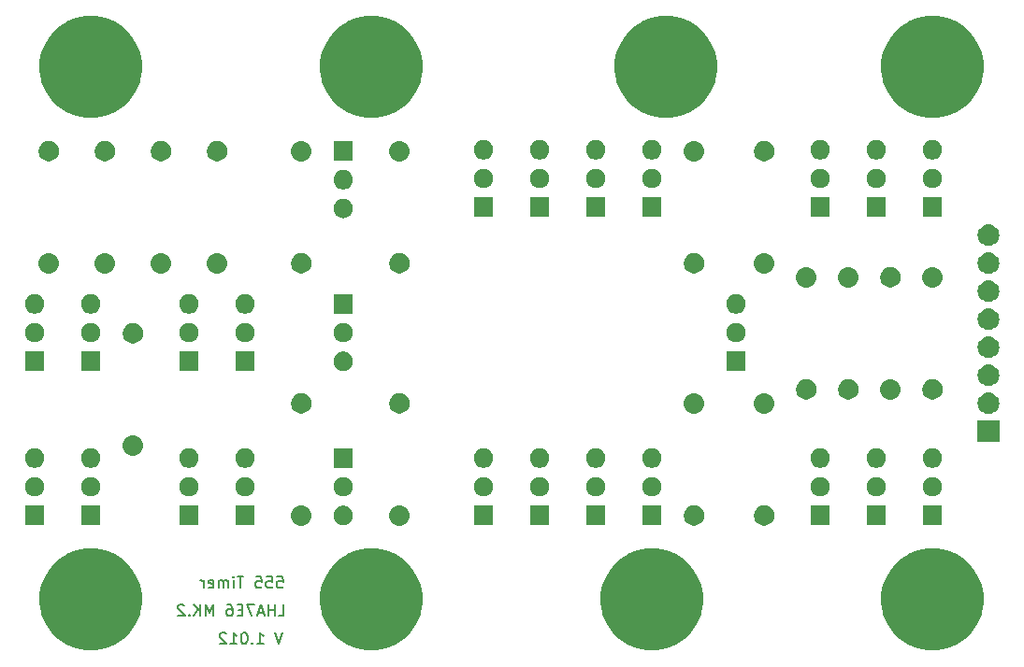
<source format=gbr>
G04 #@! TF.GenerationSoftware,KiCad,Pcbnew,(5.1.0)-1*
G04 #@! TF.CreationDate,2019-05-16T15:59:12+08:00*
G04 #@! TF.ProjectId,555,3535352e-6b69-4636-9164-5f7063625858,V1.001*
G04 #@! TF.SameCoordinates,Original*
G04 #@! TF.FileFunction,Soldermask,Bot*
G04 #@! TF.FilePolarity,Negative*
%FSLAX46Y46*%
G04 Gerber Fmt 4.6, Leading zero omitted, Abs format (unit mm)*
G04 Created by KiCad (PCBNEW (5.1.0)-1) date 2019-05-16 15:59:12*
%MOMM*%
%LPD*%
G04 APERTURE LIST*
%ADD10C,0.203200*%
%ADD11C,0.100000*%
G04 APERTURE END LIST*
D10*
X93580857Y-138889619D02*
X93242190Y-139905619D01*
X92903523Y-138889619D01*
X91258571Y-139905619D02*
X91839142Y-139905619D01*
X91548857Y-139905619D02*
X91548857Y-138889619D01*
X91645619Y-139034761D01*
X91742380Y-139131523D01*
X91839142Y-139179904D01*
X90823142Y-139808857D02*
X90774761Y-139857238D01*
X90823142Y-139905619D01*
X90871523Y-139857238D01*
X90823142Y-139808857D01*
X90823142Y-139905619D01*
X90145809Y-138889619D02*
X90049047Y-138889619D01*
X89952285Y-138938000D01*
X89903904Y-138986380D01*
X89855523Y-139083142D01*
X89807142Y-139276666D01*
X89807142Y-139518571D01*
X89855523Y-139712095D01*
X89903904Y-139808857D01*
X89952285Y-139857238D01*
X90049047Y-139905619D01*
X90145809Y-139905619D01*
X90242571Y-139857238D01*
X90290952Y-139808857D01*
X90339333Y-139712095D01*
X90387714Y-139518571D01*
X90387714Y-139276666D01*
X90339333Y-139083142D01*
X90290952Y-138986380D01*
X90242571Y-138938000D01*
X90145809Y-138889619D01*
X88839523Y-139905619D02*
X89420095Y-139905619D01*
X89129809Y-139905619D02*
X89129809Y-138889619D01*
X89226571Y-139034761D01*
X89323333Y-139131523D01*
X89420095Y-139179904D01*
X88452476Y-138986380D02*
X88404095Y-138938000D01*
X88307333Y-138889619D01*
X88065428Y-138889619D01*
X87968666Y-138938000D01*
X87920285Y-138986380D01*
X87871904Y-139083142D01*
X87871904Y-139179904D01*
X87920285Y-139325047D01*
X88500857Y-139905619D01*
X87871904Y-139905619D01*
X93181714Y-137365619D02*
X93665523Y-137365619D01*
X93665523Y-136349619D01*
X92843047Y-137365619D02*
X92843047Y-136349619D01*
X92843047Y-136833428D02*
X92262476Y-136833428D01*
X92262476Y-137365619D02*
X92262476Y-136349619D01*
X91827047Y-137075333D02*
X91343238Y-137075333D01*
X91923809Y-137365619D02*
X91585142Y-136349619D01*
X91246476Y-137365619D01*
X91004571Y-136349619D02*
X90327238Y-136349619D01*
X90762666Y-137365619D01*
X89940190Y-136833428D02*
X89601523Y-136833428D01*
X89456380Y-137365619D02*
X89940190Y-137365619D01*
X89940190Y-136349619D01*
X89456380Y-136349619D01*
X88585523Y-136349619D02*
X88779047Y-136349619D01*
X88875809Y-136398000D01*
X88924190Y-136446380D01*
X89020952Y-136591523D01*
X89069333Y-136785047D01*
X89069333Y-137172095D01*
X89020952Y-137268857D01*
X88972571Y-137317238D01*
X88875809Y-137365619D01*
X88682285Y-137365619D01*
X88585523Y-137317238D01*
X88537142Y-137268857D01*
X88488761Y-137172095D01*
X88488761Y-136930190D01*
X88537142Y-136833428D01*
X88585523Y-136785047D01*
X88682285Y-136736666D01*
X88875809Y-136736666D01*
X88972571Y-136785047D01*
X89020952Y-136833428D01*
X89069333Y-136930190D01*
X87279238Y-137365619D02*
X87279238Y-136349619D01*
X86940571Y-137075333D01*
X86601904Y-136349619D01*
X86601904Y-137365619D01*
X86118095Y-137365619D02*
X86118095Y-136349619D01*
X85537523Y-137365619D02*
X85972952Y-136785047D01*
X85537523Y-136349619D02*
X86118095Y-136930190D01*
X85102095Y-137268857D02*
X85053714Y-137317238D01*
X85102095Y-137365619D01*
X85150476Y-137317238D01*
X85102095Y-137268857D01*
X85102095Y-137365619D01*
X84666666Y-136446380D02*
X84618285Y-136398000D01*
X84521523Y-136349619D01*
X84279619Y-136349619D01*
X84182857Y-136398000D01*
X84134476Y-136446380D01*
X84086095Y-136543142D01*
X84086095Y-136639904D01*
X84134476Y-136785047D01*
X84715047Y-137365619D01*
X84086095Y-137365619D01*
X93084952Y-133809619D02*
X93568761Y-133809619D01*
X93617142Y-134293428D01*
X93568761Y-134245047D01*
X93472000Y-134196666D01*
X93230095Y-134196666D01*
X93133333Y-134245047D01*
X93084952Y-134293428D01*
X93036571Y-134390190D01*
X93036571Y-134632095D01*
X93084952Y-134728857D01*
X93133333Y-134777238D01*
X93230095Y-134825619D01*
X93472000Y-134825619D01*
X93568761Y-134777238D01*
X93617142Y-134728857D01*
X92117333Y-133809619D02*
X92601142Y-133809619D01*
X92649523Y-134293428D01*
X92601142Y-134245047D01*
X92504380Y-134196666D01*
X92262476Y-134196666D01*
X92165714Y-134245047D01*
X92117333Y-134293428D01*
X92068952Y-134390190D01*
X92068952Y-134632095D01*
X92117333Y-134728857D01*
X92165714Y-134777238D01*
X92262476Y-134825619D01*
X92504380Y-134825619D01*
X92601142Y-134777238D01*
X92649523Y-134728857D01*
X91149714Y-133809619D02*
X91633523Y-133809619D01*
X91681904Y-134293428D01*
X91633523Y-134245047D01*
X91536761Y-134196666D01*
X91294857Y-134196666D01*
X91198095Y-134245047D01*
X91149714Y-134293428D01*
X91101333Y-134390190D01*
X91101333Y-134632095D01*
X91149714Y-134728857D01*
X91198095Y-134777238D01*
X91294857Y-134825619D01*
X91536761Y-134825619D01*
X91633523Y-134777238D01*
X91681904Y-134728857D01*
X90036952Y-133809619D02*
X89456380Y-133809619D01*
X89746666Y-134825619D02*
X89746666Y-133809619D01*
X89117714Y-134825619D02*
X89117714Y-134148285D01*
X89117714Y-133809619D02*
X89166095Y-133858000D01*
X89117714Y-133906380D01*
X89069333Y-133858000D01*
X89117714Y-133809619D01*
X89117714Y-133906380D01*
X88633904Y-134825619D02*
X88633904Y-134148285D01*
X88633904Y-134245047D02*
X88585523Y-134196666D01*
X88488761Y-134148285D01*
X88343619Y-134148285D01*
X88246857Y-134196666D01*
X88198476Y-134293428D01*
X88198476Y-134825619D01*
X88198476Y-134293428D02*
X88150095Y-134196666D01*
X88053333Y-134148285D01*
X87908190Y-134148285D01*
X87811428Y-134196666D01*
X87763047Y-134293428D01*
X87763047Y-134825619D01*
X86892190Y-134777238D02*
X86988952Y-134825619D01*
X87182476Y-134825619D01*
X87279238Y-134777238D01*
X87327619Y-134680476D01*
X87327619Y-134293428D01*
X87279238Y-134196666D01*
X87182476Y-134148285D01*
X86988952Y-134148285D01*
X86892190Y-134196666D01*
X86843809Y-134293428D01*
X86843809Y-134390190D01*
X87327619Y-134486952D01*
X86408380Y-134825619D02*
X86408380Y-134148285D01*
X86408380Y-134341809D02*
X86360000Y-134245047D01*
X86311619Y-134196666D01*
X86214857Y-134148285D01*
X86118095Y-134148285D01*
D11*
G36*
X153749646Y-131440813D02*
G01*
X153749648Y-131440814D01*
X153749649Y-131440814D01*
X154591707Y-131789606D01*
X154813794Y-131938000D01*
X155349541Y-132295974D01*
X155994026Y-132940459D01*
X156070780Y-133055330D01*
X156500394Y-133698293D01*
X156849186Y-134540351D01*
X156849187Y-134540354D01*
X157027000Y-135434280D01*
X157027000Y-136345720D01*
X157007287Y-136444826D01*
X156849186Y-137239649D01*
X156500394Y-138081707D01*
X156482705Y-138108180D01*
X155994026Y-138839541D01*
X155349541Y-139484026D01*
X155093523Y-139655091D01*
X154591707Y-139990394D01*
X153749649Y-140339186D01*
X153749648Y-140339186D01*
X153749646Y-140339187D01*
X152855720Y-140517000D01*
X151944280Y-140517000D01*
X151050354Y-140339187D01*
X151050352Y-140339186D01*
X151050351Y-140339186D01*
X150208293Y-139990394D01*
X149706477Y-139655091D01*
X149450459Y-139484026D01*
X148805974Y-138839541D01*
X148317295Y-138108180D01*
X148299606Y-138081707D01*
X147950814Y-137239649D01*
X147792714Y-136444826D01*
X147773000Y-136345720D01*
X147773000Y-135434280D01*
X147950813Y-134540354D01*
X147950814Y-134540351D01*
X148299606Y-133698293D01*
X148729220Y-133055330D01*
X148805974Y-132940459D01*
X149450459Y-132295974D01*
X149986206Y-131938000D01*
X150208293Y-131789606D01*
X151050351Y-131440814D01*
X151050352Y-131440814D01*
X151050354Y-131440813D01*
X151944280Y-131263000D01*
X152855720Y-131263000D01*
X153749646Y-131440813D01*
X153749646Y-131440813D01*
G37*
G36*
X128349646Y-131440813D02*
G01*
X128349648Y-131440814D01*
X128349649Y-131440814D01*
X129191707Y-131789606D01*
X129413794Y-131938000D01*
X129949541Y-132295974D01*
X130594026Y-132940459D01*
X130670780Y-133055330D01*
X131100394Y-133698293D01*
X131449186Y-134540351D01*
X131449187Y-134540354D01*
X131627000Y-135434280D01*
X131627000Y-136345720D01*
X131607287Y-136444826D01*
X131449186Y-137239649D01*
X131100394Y-138081707D01*
X131082705Y-138108180D01*
X130594026Y-138839541D01*
X129949541Y-139484026D01*
X129693523Y-139655091D01*
X129191707Y-139990394D01*
X128349649Y-140339186D01*
X128349648Y-140339186D01*
X128349646Y-140339187D01*
X127455720Y-140517000D01*
X126544280Y-140517000D01*
X125650354Y-140339187D01*
X125650352Y-140339186D01*
X125650351Y-140339186D01*
X124808293Y-139990394D01*
X124306477Y-139655091D01*
X124050459Y-139484026D01*
X123405974Y-138839541D01*
X122917295Y-138108180D01*
X122899606Y-138081707D01*
X122550814Y-137239649D01*
X122392714Y-136444826D01*
X122373000Y-136345720D01*
X122373000Y-135434280D01*
X122550813Y-134540354D01*
X122550814Y-134540351D01*
X122899606Y-133698293D01*
X123329220Y-133055330D01*
X123405974Y-132940459D01*
X124050459Y-132295974D01*
X124586206Y-131938000D01*
X124808293Y-131789606D01*
X125650351Y-131440814D01*
X125650352Y-131440814D01*
X125650354Y-131440813D01*
X126544280Y-131263000D01*
X127455720Y-131263000D01*
X128349646Y-131440813D01*
X128349646Y-131440813D01*
G37*
G36*
X77549646Y-131440813D02*
G01*
X77549648Y-131440814D01*
X77549649Y-131440814D01*
X78391707Y-131789606D01*
X78613794Y-131938000D01*
X79149541Y-132295974D01*
X79794026Y-132940459D01*
X79870780Y-133055330D01*
X80300394Y-133698293D01*
X80649186Y-134540351D01*
X80649187Y-134540354D01*
X80827000Y-135434280D01*
X80827000Y-136345720D01*
X80807287Y-136444826D01*
X80649186Y-137239649D01*
X80300394Y-138081707D01*
X80282705Y-138108180D01*
X79794026Y-138839541D01*
X79149541Y-139484026D01*
X78893523Y-139655091D01*
X78391707Y-139990394D01*
X77549649Y-140339186D01*
X77549648Y-140339186D01*
X77549646Y-140339187D01*
X76655720Y-140517000D01*
X75744280Y-140517000D01*
X74850354Y-140339187D01*
X74850352Y-140339186D01*
X74850351Y-140339186D01*
X74008293Y-139990394D01*
X73506477Y-139655091D01*
X73250459Y-139484026D01*
X72605974Y-138839541D01*
X72117295Y-138108180D01*
X72099606Y-138081707D01*
X71750814Y-137239649D01*
X71592714Y-136444826D01*
X71573000Y-136345720D01*
X71573000Y-135434280D01*
X71750813Y-134540354D01*
X71750814Y-134540351D01*
X72099606Y-133698293D01*
X72529220Y-133055330D01*
X72605974Y-132940459D01*
X73250459Y-132295974D01*
X73786206Y-131938000D01*
X74008293Y-131789606D01*
X74850351Y-131440814D01*
X74850352Y-131440814D01*
X74850354Y-131440813D01*
X75744280Y-131263000D01*
X76655720Y-131263000D01*
X77549646Y-131440813D01*
X77549646Y-131440813D01*
G37*
G36*
X102949646Y-131440813D02*
G01*
X102949648Y-131440814D01*
X102949649Y-131440814D01*
X103791707Y-131789606D01*
X104013794Y-131938000D01*
X104549541Y-132295974D01*
X105194026Y-132940459D01*
X105270780Y-133055330D01*
X105700394Y-133698293D01*
X106049186Y-134540351D01*
X106049187Y-134540354D01*
X106227000Y-135434280D01*
X106227000Y-136345720D01*
X106207287Y-136444826D01*
X106049186Y-137239649D01*
X105700394Y-138081707D01*
X105682705Y-138108180D01*
X105194026Y-138839541D01*
X104549541Y-139484026D01*
X104293523Y-139655091D01*
X103791707Y-139990394D01*
X102949649Y-140339186D01*
X102949648Y-140339186D01*
X102949646Y-140339187D01*
X102055720Y-140517000D01*
X101144280Y-140517000D01*
X100250354Y-140339187D01*
X100250352Y-140339186D01*
X100250351Y-140339186D01*
X99408293Y-139990394D01*
X98906477Y-139655091D01*
X98650459Y-139484026D01*
X98005974Y-138839541D01*
X97517295Y-138108180D01*
X97499606Y-138081707D01*
X97150814Y-137239649D01*
X96992714Y-136444826D01*
X96973000Y-136345720D01*
X96973000Y-135434280D01*
X97150813Y-134540354D01*
X97150814Y-134540351D01*
X97499606Y-133698293D01*
X97929220Y-133055330D01*
X98005974Y-132940459D01*
X98650459Y-132295974D01*
X99186206Y-131938000D01*
X99408293Y-131789606D01*
X100250351Y-131440814D01*
X100250352Y-131440814D01*
X100250354Y-131440813D01*
X101144280Y-131263000D01*
X102055720Y-131263000D01*
X102949646Y-131440813D01*
X102949646Y-131440813D01*
G37*
G36*
X95431724Y-127356413D02*
G01*
X95606464Y-127409420D01*
X95606466Y-127409421D01*
X95767507Y-127495500D01*
X95908660Y-127611340D01*
X96024500Y-127752493D01*
X96024501Y-127752495D01*
X96110580Y-127913536D01*
X96163587Y-128088276D01*
X96181485Y-128270000D01*
X96163587Y-128451724D01*
X96110580Y-128626464D01*
X96110579Y-128626466D01*
X96024500Y-128787507D01*
X95908660Y-128928660D01*
X95767507Y-129044500D01*
X95767505Y-129044501D01*
X95606464Y-129130580D01*
X95431724Y-129183587D01*
X95295538Y-129197000D01*
X95204462Y-129197000D01*
X95068276Y-129183587D01*
X94893536Y-129130580D01*
X94732495Y-129044501D01*
X94732493Y-129044500D01*
X94591340Y-128928660D01*
X94475500Y-128787507D01*
X94389421Y-128626466D01*
X94389420Y-128626464D01*
X94336413Y-128451724D01*
X94318515Y-128270000D01*
X94336413Y-128088276D01*
X94389420Y-127913536D01*
X94475499Y-127752495D01*
X94475500Y-127752493D01*
X94591340Y-127611340D01*
X94732493Y-127495500D01*
X94893534Y-127409421D01*
X94893536Y-127409420D01*
X95068276Y-127356413D01*
X95204462Y-127343000D01*
X95295538Y-127343000D01*
X95431724Y-127356413D01*
X95431724Y-127356413D01*
G37*
G36*
X104321724Y-127356413D02*
G01*
X104496464Y-127409420D01*
X104496466Y-127409421D01*
X104657507Y-127495500D01*
X104798660Y-127611340D01*
X104914500Y-127752493D01*
X104914501Y-127752495D01*
X105000580Y-127913536D01*
X105053587Y-128088276D01*
X105071485Y-128270000D01*
X105053587Y-128451724D01*
X105000580Y-128626464D01*
X105000579Y-128626466D01*
X104914500Y-128787507D01*
X104798660Y-128928660D01*
X104657507Y-129044500D01*
X104657505Y-129044501D01*
X104496464Y-129130580D01*
X104321724Y-129183587D01*
X104185538Y-129197000D01*
X104094462Y-129197000D01*
X103958276Y-129183587D01*
X103783536Y-129130580D01*
X103622495Y-129044501D01*
X103622493Y-129044500D01*
X103481340Y-128928660D01*
X103365500Y-128787507D01*
X103279421Y-128626466D01*
X103279420Y-128626464D01*
X103226413Y-128451724D01*
X103208515Y-128270000D01*
X103226413Y-128088276D01*
X103279420Y-127913536D01*
X103365499Y-127752495D01*
X103365500Y-127752493D01*
X103481340Y-127611340D01*
X103622493Y-127495500D01*
X103783534Y-127409421D01*
X103783536Y-127409420D01*
X103958276Y-127356413D01*
X104094462Y-127343000D01*
X104185538Y-127343000D01*
X104321724Y-127356413D01*
X104321724Y-127356413D01*
G37*
G36*
X131080399Y-127378624D02*
G01*
X131249096Y-127448501D01*
X131400927Y-127549951D01*
X131530049Y-127679073D01*
X131631499Y-127830904D01*
X131701376Y-127999601D01*
X131737000Y-128178699D01*
X131737000Y-128361301D01*
X131701376Y-128540399D01*
X131631499Y-128709096D01*
X131530049Y-128860927D01*
X131400927Y-128990049D01*
X131249096Y-129091499D01*
X131080399Y-129161376D01*
X130901301Y-129197000D01*
X130718699Y-129197000D01*
X130539601Y-129161376D01*
X130370904Y-129091499D01*
X130219073Y-128990049D01*
X130089951Y-128860927D01*
X129988501Y-128709096D01*
X129918624Y-128540399D01*
X129883000Y-128361301D01*
X129883000Y-128178699D01*
X129918624Y-127999601D01*
X129988501Y-127830904D01*
X130089951Y-127679073D01*
X130219073Y-127549951D01*
X130370904Y-127448501D01*
X130539601Y-127378624D01*
X130718699Y-127343000D01*
X130901301Y-127343000D01*
X131080399Y-127378624D01*
X131080399Y-127378624D01*
G37*
G36*
X137430399Y-127378624D02*
G01*
X137599096Y-127448501D01*
X137750927Y-127549951D01*
X137880049Y-127679073D01*
X137981499Y-127830904D01*
X138051376Y-127999601D01*
X138087000Y-128178699D01*
X138087000Y-128361301D01*
X138051376Y-128540399D01*
X137981499Y-128709096D01*
X137880049Y-128860927D01*
X137750927Y-128990049D01*
X137599096Y-129091499D01*
X137430399Y-129161376D01*
X137251301Y-129197000D01*
X137068699Y-129197000D01*
X136889601Y-129161376D01*
X136720904Y-129091499D01*
X136569073Y-128990049D01*
X136439951Y-128860927D01*
X136338501Y-128709096D01*
X136268624Y-128540399D01*
X136233000Y-128361301D01*
X136233000Y-128178699D01*
X136268624Y-127999601D01*
X136338501Y-127830904D01*
X136439951Y-127679073D01*
X136569073Y-127549951D01*
X136720904Y-127448501D01*
X136889601Y-127378624D01*
X137068699Y-127343000D01*
X137251301Y-127343000D01*
X137430399Y-127378624D01*
X137430399Y-127378624D01*
G37*
G36*
X143117000Y-129147000D02*
G01*
X141363000Y-129147000D01*
X141363000Y-127393000D01*
X143117000Y-127393000D01*
X143117000Y-129147000D01*
X143117000Y-129147000D01*
G37*
G36*
X71997000Y-129147000D02*
G01*
X70243000Y-129147000D01*
X70243000Y-127393000D01*
X71997000Y-127393000D01*
X71997000Y-129147000D01*
X71997000Y-129147000D01*
G37*
G36*
X77077000Y-129147000D02*
G01*
X75323000Y-129147000D01*
X75323000Y-127393000D01*
X77077000Y-127393000D01*
X77077000Y-129147000D01*
X77077000Y-129147000D01*
G37*
G36*
X85967000Y-129147000D02*
G01*
X84213000Y-129147000D01*
X84213000Y-127393000D01*
X85967000Y-127393000D01*
X85967000Y-129147000D01*
X85967000Y-129147000D01*
G37*
G36*
X91047000Y-129147000D02*
G01*
X89293000Y-129147000D01*
X89293000Y-127393000D01*
X91047000Y-127393000D01*
X91047000Y-129147000D01*
X91047000Y-129147000D01*
G37*
G36*
X117717000Y-129147000D02*
G01*
X115963000Y-129147000D01*
X115963000Y-127393000D01*
X117717000Y-127393000D01*
X117717000Y-129147000D01*
X117717000Y-129147000D01*
G37*
G36*
X122797000Y-129147000D02*
G01*
X121043000Y-129147000D01*
X121043000Y-127393000D01*
X122797000Y-127393000D01*
X122797000Y-129147000D01*
X122797000Y-129147000D01*
G37*
G36*
X127877000Y-129147000D02*
G01*
X126123000Y-129147000D01*
X126123000Y-127393000D01*
X127877000Y-127393000D01*
X127877000Y-129147000D01*
X127877000Y-129147000D01*
G37*
G36*
X148197000Y-129147000D02*
G01*
X146443000Y-129147000D01*
X146443000Y-127393000D01*
X148197000Y-127393000D01*
X148197000Y-129147000D01*
X148197000Y-129147000D01*
G37*
G36*
X112637000Y-129147000D02*
G01*
X110883000Y-129147000D01*
X110883000Y-127393000D01*
X112637000Y-127393000D01*
X112637000Y-129147000D01*
X112637000Y-129147000D01*
G37*
G36*
X153277000Y-129147000D02*
G01*
X151523000Y-129147000D01*
X151523000Y-127393000D01*
X153277000Y-127393000D01*
X153277000Y-129147000D01*
X153277000Y-129147000D01*
G37*
G36*
X99180264Y-127392741D02*
G01*
X99315815Y-127419703D01*
X99475412Y-127485810D01*
X99619053Y-127581788D01*
X99741212Y-127703947D01*
X99837190Y-127847588D01*
X99903297Y-128007185D01*
X99937000Y-128176624D01*
X99937000Y-128349376D01*
X99903297Y-128518815D01*
X99837190Y-128678412D01*
X99741212Y-128822053D01*
X99619053Y-128944212D01*
X99475412Y-129040190D01*
X99315815Y-129106297D01*
X99193739Y-129130579D01*
X99146377Y-129140000D01*
X98973623Y-129140000D01*
X98926261Y-129130579D01*
X98804185Y-129106297D01*
X98644588Y-129040190D01*
X98500947Y-128944212D01*
X98378788Y-128822053D01*
X98282810Y-128678412D01*
X98216703Y-128518815D01*
X98183000Y-128349376D01*
X98183000Y-128176624D01*
X98216703Y-128007185D01*
X98282810Y-127847588D01*
X98378788Y-127703947D01*
X98500947Y-127581788D01*
X98644588Y-127485810D01*
X98804185Y-127419703D01*
X98939736Y-127392741D01*
X98973623Y-127386000D01*
X99146377Y-127386000D01*
X99180264Y-127392741D01*
X99180264Y-127392741D01*
G37*
G36*
X85210264Y-124799741D02*
G01*
X85345815Y-124826703D01*
X85505412Y-124892810D01*
X85649053Y-124988788D01*
X85771212Y-125110947D01*
X85867190Y-125254588D01*
X85933297Y-125414185D01*
X85960259Y-125549736D01*
X85965608Y-125576623D01*
X85967000Y-125583624D01*
X85967000Y-125756376D01*
X85933297Y-125925815D01*
X85867190Y-126085412D01*
X85771212Y-126229053D01*
X85649053Y-126351212D01*
X85505412Y-126447190D01*
X85345815Y-126513297D01*
X85211568Y-126540000D01*
X85176377Y-126547000D01*
X85003623Y-126547000D01*
X84968432Y-126540000D01*
X84834185Y-126513297D01*
X84674588Y-126447190D01*
X84530947Y-126351212D01*
X84408788Y-126229053D01*
X84312810Y-126085412D01*
X84246703Y-125925815D01*
X84213000Y-125756376D01*
X84213000Y-125583624D01*
X84214393Y-125576623D01*
X84219741Y-125549736D01*
X84246703Y-125414185D01*
X84312810Y-125254588D01*
X84408788Y-125110947D01*
X84530947Y-124988788D01*
X84674588Y-124892810D01*
X84834185Y-124826703D01*
X84969736Y-124799741D01*
X85003623Y-124793000D01*
X85176377Y-124793000D01*
X85210264Y-124799741D01*
X85210264Y-124799741D01*
G37*
G36*
X71240264Y-124799741D02*
G01*
X71375815Y-124826703D01*
X71535412Y-124892810D01*
X71679053Y-124988788D01*
X71801212Y-125110947D01*
X71897190Y-125254588D01*
X71963297Y-125414185D01*
X71990259Y-125549736D01*
X71995608Y-125576623D01*
X71997000Y-125583624D01*
X71997000Y-125756376D01*
X71963297Y-125925815D01*
X71897190Y-126085412D01*
X71801212Y-126229053D01*
X71679053Y-126351212D01*
X71535412Y-126447190D01*
X71375815Y-126513297D01*
X71241568Y-126540000D01*
X71206377Y-126547000D01*
X71033623Y-126547000D01*
X70998432Y-126540000D01*
X70864185Y-126513297D01*
X70704588Y-126447190D01*
X70560947Y-126351212D01*
X70438788Y-126229053D01*
X70342810Y-126085412D01*
X70276703Y-125925815D01*
X70243000Y-125756376D01*
X70243000Y-125583624D01*
X70244393Y-125576623D01*
X70249741Y-125549736D01*
X70276703Y-125414185D01*
X70342810Y-125254588D01*
X70438788Y-125110947D01*
X70560947Y-124988788D01*
X70704588Y-124892810D01*
X70864185Y-124826703D01*
X70999736Y-124799741D01*
X71033623Y-124793000D01*
X71206377Y-124793000D01*
X71240264Y-124799741D01*
X71240264Y-124799741D01*
G37*
G36*
X152520264Y-124799741D02*
G01*
X152655815Y-124826703D01*
X152815412Y-124892810D01*
X152959053Y-124988788D01*
X153081212Y-125110947D01*
X153177190Y-125254588D01*
X153243297Y-125414185D01*
X153270259Y-125549736D01*
X153275608Y-125576623D01*
X153277000Y-125583624D01*
X153277000Y-125756376D01*
X153243297Y-125925815D01*
X153177190Y-126085412D01*
X153081212Y-126229053D01*
X152959053Y-126351212D01*
X152815412Y-126447190D01*
X152655815Y-126513297D01*
X152521568Y-126540000D01*
X152486377Y-126547000D01*
X152313623Y-126547000D01*
X152278432Y-126540000D01*
X152144185Y-126513297D01*
X151984588Y-126447190D01*
X151840947Y-126351212D01*
X151718788Y-126229053D01*
X151622810Y-126085412D01*
X151556703Y-125925815D01*
X151523000Y-125756376D01*
X151523000Y-125583624D01*
X151524393Y-125576623D01*
X151529741Y-125549736D01*
X151556703Y-125414185D01*
X151622810Y-125254588D01*
X151718788Y-125110947D01*
X151840947Y-124988788D01*
X151984588Y-124892810D01*
X152144185Y-124826703D01*
X152279736Y-124799741D01*
X152313623Y-124793000D01*
X152486377Y-124793000D01*
X152520264Y-124799741D01*
X152520264Y-124799741D01*
G37*
G36*
X90290264Y-124799741D02*
G01*
X90425815Y-124826703D01*
X90585412Y-124892810D01*
X90729053Y-124988788D01*
X90851212Y-125110947D01*
X90947190Y-125254588D01*
X91013297Y-125414185D01*
X91040259Y-125549736D01*
X91045608Y-125576623D01*
X91047000Y-125583624D01*
X91047000Y-125756376D01*
X91013297Y-125925815D01*
X90947190Y-126085412D01*
X90851212Y-126229053D01*
X90729053Y-126351212D01*
X90585412Y-126447190D01*
X90425815Y-126513297D01*
X90291568Y-126540000D01*
X90256377Y-126547000D01*
X90083623Y-126547000D01*
X90048432Y-126540000D01*
X89914185Y-126513297D01*
X89754588Y-126447190D01*
X89610947Y-126351212D01*
X89488788Y-126229053D01*
X89392810Y-126085412D01*
X89326703Y-125925815D01*
X89293000Y-125756376D01*
X89293000Y-125583624D01*
X89294393Y-125576623D01*
X89299741Y-125549736D01*
X89326703Y-125414185D01*
X89392810Y-125254588D01*
X89488788Y-125110947D01*
X89610947Y-124988788D01*
X89754588Y-124892810D01*
X89914185Y-124826703D01*
X90049736Y-124799741D01*
X90083623Y-124793000D01*
X90256377Y-124793000D01*
X90290264Y-124799741D01*
X90290264Y-124799741D01*
G37*
G36*
X116960264Y-124799741D02*
G01*
X117095815Y-124826703D01*
X117255412Y-124892810D01*
X117399053Y-124988788D01*
X117521212Y-125110947D01*
X117617190Y-125254588D01*
X117683297Y-125414185D01*
X117710259Y-125549736D01*
X117715608Y-125576623D01*
X117717000Y-125583624D01*
X117717000Y-125756376D01*
X117683297Y-125925815D01*
X117617190Y-126085412D01*
X117521212Y-126229053D01*
X117399053Y-126351212D01*
X117255412Y-126447190D01*
X117095815Y-126513297D01*
X116961568Y-126540000D01*
X116926377Y-126547000D01*
X116753623Y-126547000D01*
X116718432Y-126540000D01*
X116584185Y-126513297D01*
X116424588Y-126447190D01*
X116280947Y-126351212D01*
X116158788Y-126229053D01*
X116062810Y-126085412D01*
X115996703Y-125925815D01*
X115963000Y-125756376D01*
X115963000Y-125583624D01*
X115964393Y-125576623D01*
X115969741Y-125549736D01*
X115996703Y-125414185D01*
X116062810Y-125254588D01*
X116158788Y-125110947D01*
X116280947Y-124988788D01*
X116424588Y-124892810D01*
X116584185Y-124826703D01*
X116719736Y-124799741D01*
X116753623Y-124793000D01*
X116926377Y-124793000D01*
X116960264Y-124799741D01*
X116960264Y-124799741D01*
G37*
G36*
X122040264Y-124799741D02*
G01*
X122175815Y-124826703D01*
X122335412Y-124892810D01*
X122479053Y-124988788D01*
X122601212Y-125110947D01*
X122697190Y-125254588D01*
X122763297Y-125414185D01*
X122790259Y-125549736D01*
X122795608Y-125576623D01*
X122797000Y-125583624D01*
X122797000Y-125756376D01*
X122763297Y-125925815D01*
X122697190Y-126085412D01*
X122601212Y-126229053D01*
X122479053Y-126351212D01*
X122335412Y-126447190D01*
X122175815Y-126513297D01*
X122041568Y-126540000D01*
X122006377Y-126547000D01*
X121833623Y-126547000D01*
X121798432Y-126540000D01*
X121664185Y-126513297D01*
X121504588Y-126447190D01*
X121360947Y-126351212D01*
X121238788Y-126229053D01*
X121142810Y-126085412D01*
X121076703Y-125925815D01*
X121043000Y-125756376D01*
X121043000Y-125583624D01*
X121044393Y-125576623D01*
X121049741Y-125549736D01*
X121076703Y-125414185D01*
X121142810Y-125254588D01*
X121238788Y-125110947D01*
X121360947Y-124988788D01*
X121504588Y-124892810D01*
X121664185Y-124826703D01*
X121799736Y-124799741D01*
X121833623Y-124793000D01*
X122006377Y-124793000D01*
X122040264Y-124799741D01*
X122040264Y-124799741D01*
G37*
G36*
X127120264Y-124799741D02*
G01*
X127255815Y-124826703D01*
X127415412Y-124892810D01*
X127559053Y-124988788D01*
X127681212Y-125110947D01*
X127777190Y-125254588D01*
X127843297Y-125414185D01*
X127870259Y-125549736D01*
X127875608Y-125576623D01*
X127877000Y-125583624D01*
X127877000Y-125756376D01*
X127843297Y-125925815D01*
X127777190Y-126085412D01*
X127681212Y-126229053D01*
X127559053Y-126351212D01*
X127415412Y-126447190D01*
X127255815Y-126513297D01*
X127121568Y-126540000D01*
X127086377Y-126547000D01*
X126913623Y-126547000D01*
X126878432Y-126540000D01*
X126744185Y-126513297D01*
X126584588Y-126447190D01*
X126440947Y-126351212D01*
X126318788Y-126229053D01*
X126222810Y-126085412D01*
X126156703Y-125925815D01*
X126123000Y-125756376D01*
X126123000Y-125583624D01*
X126124393Y-125576623D01*
X126129741Y-125549736D01*
X126156703Y-125414185D01*
X126222810Y-125254588D01*
X126318788Y-125110947D01*
X126440947Y-124988788D01*
X126584588Y-124892810D01*
X126744185Y-124826703D01*
X126879736Y-124799741D01*
X126913623Y-124793000D01*
X127086377Y-124793000D01*
X127120264Y-124799741D01*
X127120264Y-124799741D01*
G37*
G36*
X142360264Y-124799741D02*
G01*
X142495815Y-124826703D01*
X142655412Y-124892810D01*
X142799053Y-124988788D01*
X142921212Y-125110947D01*
X143017190Y-125254588D01*
X143083297Y-125414185D01*
X143110259Y-125549736D01*
X143115608Y-125576623D01*
X143117000Y-125583624D01*
X143117000Y-125756376D01*
X143083297Y-125925815D01*
X143017190Y-126085412D01*
X142921212Y-126229053D01*
X142799053Y-126351212D01*
X142655412Y-126447190D01*
X142495815Y-126513297D01*
X142361568Y-126540000D01*
X142326377Y-126547000D01*
X142153623Y-126547000D01*
X142118432Y-126540000D01*
X141984185Y-126513297D01*
X141824588Y-126447190D01*
X141680947Y-126351212D01*
X141558788Y-126229053D01*
X141462810Y-126085412D01*
X141396703Y-125925815D01*
X141363000Y-125756376D01*
X141363000Y-125583624D01*
X141364393Y-125576623D01*
X141369741Y-125549736D01*
X141396703Y-125414185D01*
X141462810Y-125254588D01*
X141558788Y-125110947D01*
X141680947Y-124988788D01*
X141824588Y-124892810D01*
X141984185Y-124826703D01*
X142119736Y-124799741D01*
X142153623Y-124793000D01*
X142326377Y-124793000D01*
X142360264Y-124799741D01*
X142360264Y-124799741D01*
G37*
G36*
X76320264Y-124799741D02*
G01*
X76455815Y-124826703D01*
X76615412Y-124892810D01*
X76759053Y-124988788D01*
X76881212Y-125110947D01*
X76977190Y-125254588D01*
X77043297Y-125414185D01*
X77070259Y-125549736D01*
X77075608Y-125576623D01*
X77077000Y-125583624D01*
X77077000Y-125756376D01*
X77043297Y-125925815D01*
X76977190Y-126085412D01*
X76881212Y-126229053D01*
X76759053Y-126351212D01*
X76615412Y-126447190D01*
X76455815Y-126513297D01*
X76321568Y-126540000D01*
X76286377Y-126547000D01*
X76113623Y-126547000D01*
X76078432Y-126540000D01*
X75944185Y-126513297D01*
X75784588Y-126447190D01*
X75640947Y-126351212D01*
X75518788Y-126229053D01*
X75422810Y-126085412D01*
X75356703Y-125925815D01*
X75323000Y-125756376D01*
X75323000Y-125583624D01*
X75324393Y-125576623D01*
X75329741Y-125549736D01*
X75356703Y-125414185D01*
X75422810Y-125254588D01*
X75518788Y-125110947D01*
X75640947Y-124988788D01*
X75784588Y-124892810D01*
X75944185Y-124826703D01*
X76079736Y-124799741D01*
X76113623Y-124793000D01*
X76286377Y-124793000D01*
X76320264Y-124799741D01*
X76320264Y-124799741D01*
G37*
G36*
X111880264Y-124799741D02*
G01*
X112015815Y-124826703D01*
X112175412Y-124892810D01*
X112319053Y-124988788D01*
X112441212Y-125110947D01*
X112537190Y-125254588D01*
X112603297Y-125414185D01*
X112630259Y-125549736D01*
X112635608Y-125576623D01*
X112637000Y-125583624D01*
X112637000Y-125756376D01*
X112603297Y-125925815D01*
X112537190Y-126085412D01*
X112441212Y-126229053D01*
X112319053Y-126351212D01*
X112175412Y-126447190D01*
X112015815Y-126513297D01*
X111881568Y-126540000D01*
X111846377Y-126547000D01*
X111673623Y-126547000D01*
X111638432Y-126540000D01*
X111504185Y-126513297D01*
X111344588Y-126447190D01*
X111200947Y-126351212D01*
X111078788Y-126229053D01*
X110982810Y-126085412D01*
X110916703Y-125925815D01*
X110883000Y-125756376D01*
X110883000Y-125583624D01*
X110884393Y-125576623D01*
X110889741Y-125549736D01*
X110916703Y-125414185D01*
X110982810Y-125254588D01*
X111078788Y-125110947D01*
X111200947Y-124988788D01*
X111344588Y-124892810D01*
X111504185Y-124826703D01*
X111639736Y-124799741D01*
X111673623Y-124793000D01*
X111846377Y-124793000D01*
X111880264Y-124799741D01*
X111880264Y-124799741D01*
G37*
G36*
X147440264Y-124799741D02*
G01*
X147575815Y-124826703D01*
X147735412Y-124892810D01*
X147879053Y-124988788D01*
X148001212Y-125110947D01*
X148097190Y-125254588D01*
X148163297Y-125414185D01*
X148190259Y-125549736D01*
X148195608Y-125576623D01*
X148197000Y-125583624D01*
X148197000Y-125756376D01*
X148163297Y-125925815D01*
X148097190Y-126085412D01*
X148001212Y-126229053D01*
X147879053Y-126351212D01*
X147735412Y-126447190D01*
X147575815Y-126513297D01*
X147441568Y-126540000D01*
X147406377Y-126547000D01*
X147233623Y-126547000D01*
X147198432Y-126540000D01*
X147064185Y-126513297D01*
X146904588Y-126447190D01*
X146760947Y-126351212D01*
X146638788Y-126229053D01*
X146542810Y-126085412D01*
X146476703Y-125925815D01*
X146443000Y-125756376D01*
X146443000Y-125583624D01*
X146444393Y-125576623D01*
X146449741Y-125549736D01*
X146476703Y-125414185D01*
X146542810Y-125254588D01*
X146638788Y-125110947D01*
X146760947Y-124988788D01*
X146904588Y-124892810D01*
X147064185Y-124826703D01*
X147199736Y-124799741D01*
X147233623Y-124793000D01*
X147406377Y-124793000D01*
X147440264Y-124799741D01*
X147440264Y-124799741D01*
G37*
G36*
X99180264Y-124792741D02*
G01*
X99315815Y-124819703D01*
X99475412Y-124885810D01*
X99619053Y-124981788D01*
X99741212Y-125103947D01*
X99837190Y-125247588D01*
X99903297Y-125407185D01*
X99930259Y-125542736D01*
X99937000Y-125576623D01*
X99937000Y-125749377D01*
X99930259Y-125783264D01*
X99903297Y-125918815D01*
X99837190Y-126078412D01*
X99741212Y-126222053D01*
X99619053Y-126344212D01*
X99475412Y-126440190D01*
X99315815Y-126506297D01*
X99180264Y-126533259D01*
X99146377Y-126540000D01*
X98973623Y-126540000D01*
X98939736Y-126533259D01*
X98804185Y-126506297D01*
X98644588Y-126440190D01*
X98500947Y-126344212D01*
X98378788Y-126222053D01*
X98282810Y-126078412D01*
X98216703Y-125918815D01*
X98189741Y-125783264D01*
X98183000Y-125749377D01*
X98183000Y-125576623D01*
X98189741Y-125542736D01*
X98216703Y-125407185D01*
X98282810Y-125247588D01*
X98378788Y-125103947D01*
X98500947Y-124981788D01*
X98644588Y-124885810D01*
X98804185Y-124819703D01*
X98939736Y-124792741D01*
X98973623Y-124786000D01*
X99146377Y-124786000D01*
X99180264Y-124792741D01*
X99180264Y-124792741D01*
G37*
G36*
X116960264Y-122199741D02*
G01*
X117095815Y-122226703D01*
X117255412Y-122292810D01*
X117399053Y-122388788D01*
X117521212Y-122510947D01*
X117617190Y-122654588D01*
X117683297Y-122814185D01*
X117717000Y-122983624D01*
X117717000Y-123156376D01*
X117683297Y-123325815D01*
X117617190Y-123485412D01*
X117521212Y-123629053D01*
X117399053Y-123751212D01*
X117255412Y-123847190D01*
X117095815Y-123913297D01*
X116961568Y-123940000D01*
X116926377Y-123947000D01*
X116753623Y-123947000D01*
X116718432Y-123940000D01*
X116584185Y-123913297D01*
X116424588Y-123847190D01*
X116280947Y-123751212D01*
X116158788Y-123629053D01*
X116062810Y-123485412D01*
X115996703Y-123325815D01*
X115963000Y-123156376D01*
X115963000Y-122983624D01*
X115996703Y-122814185D01*
X116062810Y-122654588D01*
X116158788Y-122510947D01*
X116280947Y-122388788D01*
X116424588Y-122292810D01*
X116584185Y-122226703D01*
X116719736Y-122199741D01*
X116753623Y-122193000D01*
X116926377Y-122193000D01*
X116960264Y-122199741D01*
X116960264Y-122199741D01*
G37*
G36*
X152520264Y-122199741D02*
G01*
X152655815Y-122226703D01*
X152815412Y-122292810D01*
X152959053Y-122388788D01*
X153081212Y-122510947D01*
X153177190Y-122654588D01*
X153243297Y-122814185D01*
X153277000Y-122983624D01*
X153277000Y-123156376D01*
X153243297Y-123325815D01*
X153177190Y-123485412D01*
X153081212Y-123629053D01*
X152959053Y-123751212D01*
X152815412Y-123847190D01*
X152655815Y-123913297D01*
X152521568Y-123940000D01*
X152486377Y-123947000D01*
X152313623Y-123947000D01*
X152278432Y-123940000D01*
X152144185Y-123913297D01*
X151984588Y-123847190D01*
X151840947Y-123751212D01*
X151718788Y-123629053D01*
X151622810Y-123485412D01*
X151556703Y-123325815D01*
X151523000Y-123156376D01*
X151523000Y-122983624D01*
X151556703Y-122814185D01*
X151622810Y-122654588D01*
X151718788Y-122510947D01*
X151840947Y-122388788D01*
X151984588Y-122292810D01*
X152144185Y-122226703D01*
X152279736Y-122199741D01*
X152313623Y-122193000D01*
X152486377Y-122193000D01*
X152520264Y-122199741D01*
X152520264Y-122199741D01*
G37*
G36*
X147440264Y-122199741D02*
G01*
X147575815Y-122226703D01*
X147735412Y-122292810D01*
X147879053Y-122388788D01*
X148001212Y-122510947D01*
X148097190Y-122654588D01*
X148163297Y-122814185D01*
X148197000Y-122983624D01*
X148197000Y-123156376D01*
X148163297Y-123325815D01*
X148097190Y-123485412D01*
X148001212Y-123629053D01*
X147879053Y-123751212D01*
X147735412Y-123847190D01*
X147575815Y-123913297D01*
X147441568Y-123940000D01*
X147406377Y-123947000D01*
X147233623Y-123947000D01*
X147198432Y-123940000D01*
X147064185Y-123913297D01*
X146904588Y-123847190D01*
X146760947Y-123751212D01*
X146638788Y-123629053D01*
X146542810Y-123485412D01*
X146476703Y-123325815D01*
X146443000Y-123156376D01*
X146443000Y-122983624D01*
X146476703Y-122814185D01*
X146542810Y-122654588D01*
X146638788Y-122510947D01*
X146760947Y-122388788D01*
X146904588Y-122292810D01*
X147064185Y-122226703D01*
X147199736Y-122199741D01*
X147233623Y-122193000D01*
X147406377Y-122193000D01*
X147440264Y-122199741D01*
X147440264Y-122199741D01*
G37*
G36*
X111880264Y-122199741D02*
G01*
X112015815Y-122226703D01*
X112175412Y-122292810D01*
X112319053Y-122388788D01*
X112441212Y-122510947D01*
X112537190Y-122654588D01*
X112603297Y-122814185D01*
X112637000Y-122983624D01*
X112637000Y-123156376D01*
X112603297Y-123325815D01*
X112537190Y-123485412D01*
X112441212Y-123629053D01*
X112319053Y-123751212D01*
X112175412Y-123847190D01*
X112015815Y-123913297D01*
X111881568Y-123940000D01*
X111846377Y-123947000D01*
X111673623Y-123947000D01*
X111638432Y-123940000D01*
X111504185Y-123913297D01*
X111344588Y-123847190D01*
X111200947Y-123751212D01*
X111078788Y-123629053D01*
X110982810Y-123485412D01*
X110916703Y-123325815D01*
X110883000Y-123156376D01*
X110883000Y-122983624D01*
X110916703Y-122814185D01*
X110982810Y-122654588D01*
X111078788Y-122510947D01*
X111200947Y-122388788D01*
X111344588Y-122292810D01*
X111504185Y-122226703D01*
X111639736Y-122199741D01*
X111673623Y-122193000D01*
X111846377Y-122193000D01*
X111880264Y-122199741D01*
X111880264Y-122199741D01*
G37*
G36*
X90290264Y-122199741D02*
G01*
X90425815Y-122226703D01*
X90585412Y-122292810D01*
X90729053Y-122388788D01*
X90851212Y-122510947D01*
X90947190Y-122654588D01*
X91013297Y-122814185D01*
X91047000Y-122983624D01*
X91047000Y-123156376D01*
X91013297Y-123325815D01*
X90947190Y-123485412D01*
X90851212Y-123629053D01*
X90729053Y-123751212D01*
X90585412Y-123847190D01*
X90425815Y-123913297D01*
X90291568Y-123940000D01*
X90256377Y-123947000D01*
X90083623Y-123947000D01*
X90048432Y-123940000D01*
X89914185Y-123913297D01*
X89754588Y-123847190D01*
X89610947Y-123751212D01*
X89488788Y-123629053D01*
X89392810Y-123485412D01*
X89326703Y-123325815D01*
X89293000Y-123156376D01*
X89293000Y-122983624D01*
X89326703Y-122814185D01*
X89392810Y-122654588D01*
X89488788Y-122510947D01*
X89610947Y-122388788D01*
X89754588Y-122292810D01*
X89914185Y-122226703D01*
X90049736Y-122199741D01*
X90083623Y-122193000D01*
X90256377Y-122193000D01*
X90290264Y-122199741D01*
X90290264Y-122199741D01*
G37*
G36*
X127120264Y-122199741D02*
G01*
X127255815Y-122226703D01*
X127415412Y-122292810D01*
X127559053Y-122388788D01*
X127681212Y-122510947D01*
X127777190Y-122654588D01*
X127843297Y-122814185D01*
X127877000Y-122983624D01*
X127877000Y-123156376D01*
X127843297Y-123325815D01*
X127777190Y-123485412D01*
X127681212Y-123629053D01*
X127559053Y-123751212D01*
X127415412Y-123847190D01*
X127255815Y-123913297D01*
X127121568Y-123940000D01*
X127086377Y-123947000D01*
X126913623Y-123947000D01*
X126878432Y-123940000D01*
X126744185Y-123913297D01*
X126584588Y-123847190D01*
X126440947Y-123751212D01*
X126318788Y-123629053D01*
X126222810Y-123485412D01*
X126156703Y-123325815D01*
X126123000Y-123156376D01*
X126123000Y-122983624D01*
X126156703Y-122814185D01*
X126222810Y-122654588D01*
X126318788Y-122510947D01*
X126440947Y-122388788D01*
X126584588Y-122292810D01*
X126744185Y-122226703D01*
X126879736Y-122199741D01*
X126913623Y-122193000D01*
X127086377Y-122193000D01*
X127120264Y-122199741D01*
X127120264Y-122199741D01*
G37*
G36*
X76320264Y-122199741D02*
G01*
X76455815Y-122226703D01*
X76615412Y-122292810D01*
X76759053Y-122388788D01*
X76881212Y-122510947D01*
X76977190Y-122654588D01*
X77043297Y-122814185D01*
X77077000Y-122983624D01*
X77077000Y-123156376D01*
X77043297Y-123325815D01*
X76977190Y-123485412D01*
X76881212Y-123629053D01*
X76759053Y-123751212D01*
X76615412Y-123847190D01*
X76455815Y-123913297D01*
X76321568Y-123940000D01*
X76286377Y-123947000D01*
X76113623Y-123947000D01*
X76078432Y-123940000D01*
X75944185Y-123913297D01*
X75784588Y-123847190D01*
X75640947Y-123751212D01*
X75518788Y-123629053D01*
X75422810Y-123485412D01*
X75356703Y-123325815D01*
X75323000Y-123156376D01*
X75323000Y-122983624D01*
X75356703Y-122814185D01*
X75422810Y-122654588D01*
X75518788Y-122510947D01*
X75640947Y-122388788D01*
X75784588Y-122292810D01*
X75944185Y-122226703D01*
X76079736Y-122199741D01*
X76113623Y-122193000D01*
X76286377Y-122193000D01*
X76320264Y-122199741D01*
X76320264Y-122199741D01*
G37*
G36*
X122040264Y-122199741D02*
G01*
X122175815Y-122226703D01*
X122335412Y-122292810D01*
X122479053Y-122388788D01*
X122601212Y-122510947D01*
X122697190Y-122654588D01*
X122763297Y-122814185D01*
X122797000Y-122983624D01*
X122797000Y-123156376D01*
X122763297Y-123325815D01*
X122697190Y-123485412D01*
X122601212Y-123629053D01*
X122479053Y-123751212D01*
X122335412Y-123847190D01*
X122175815Y-123913297D01*
X122041568Y-123940000D01*
X122006377Y-123947000D01*
X121833623Y-123947000D01*
X121798432Y-123940000D01*
X121664185Y-123913297D01*
X121504588Y-123847190D01*
X121360947Y-123751212D01*
X121238788Y-123629053D01*
X121142810Y-123485412D01*
X121076703Y-123325815D01*
X121043000Y-123156376D01*
X121043000Y-122983624D01*
X121076703Y-122814185D01*
X121142810Y-122654588D01*
X121238788Y-122510947D01*
X121360947Y-122388788D01*
X121504588Y-122292810D01*
X121664185Y-122226703D01*
X121799736Y-122199741D01*
X121833623Y-122193000D01*
X122006377Y-122193000D01*
X122040264Y-122199741D01*
X122040264Y-122199741D01*
G37*
G36*
X71240264Y-122199741D02*
G01*
X71375815Y-122226703D01*
X71535412Y-122292810D01*
X71679053Y-122388788D01*
X71801212Y-122510947D01*
X71897190Y-122654588D01*
X71963297Y-122814185D01*
X71997000Y-122983624D01*
X71997000Y-123156376D01*
X71963297Y-123325815D01*
X71897190Y-123485412D01*
X71801212Y-123629053D01*
X71679053Y-123751212D01*
X71535412Y-123847190D01*
X71375815Y-123913297D01*
X71241568Y-123940000D01*
X71206377Y-123947000D01*
X71033623Y-123947000D01*
X70998432Y-123940000D01*
X70864185Y-123913297D01*
X70704588Y-123847190D01*
X70560947Y-123751212D01*
X70438788Y-123629053D01*
X70342810Y-123485412D01*
X70276703Y-123325815D01*
X70243000Y-123156376D01*
X70243000Y-122983624D01*
X70276703Y-122814185D01*
X70342810Y-122654588D01*
X70438788Y-122510947D01*
X70560947Y-122388788D01*
X70704588Y-122292810D01*
X70864185Y-122226703D01*
X70999736Y-122199741D01*
X71033623Y-122193000D01*
X71206377Y-122193000D01*
X71240264Y-122199741D01*
X71240264Y-122199741D01*
G37*
G36*
X142360264Y-122199741D02*
G01*
X142495815Y-122226703D01*
X142655412Y-122292810D01*
X142799053Y-122388788D01*
X142921212Y-122510947D01*
X143017190Y-122654588D01*
X143083297Y-122814185D01*
X143117000Y-122983624D01*
X143117000Y-123156376D01*
X143083297Y-123325815D01*
X143017190Y-123485412D01*
X142921212Y-123629053D01*
X142799053Y-123751212D01*
X142655412Y-123847190D01*
X142495815Y-123913297D01*
X142361568Y-123940000D01*
X142326377Y-123947000D01*
X142153623Y-123947000D01*
X142118432Y-123940000D01*
X141984185Y-123913297D01*
X141824588Y-123847190D01*
X141680947Y-123751212D01*
X141558788Y-123629053D01*
X141462810Y-123485412D01*
X141396703Y-123325815D01*
X141363000Y-123156376D01*
X141363000Y-122983624D01*
X141396703Y-122814185D01*
X141462810Y-122654588D01*
X141558788Y-122510947D01*
X141680947Y-122388788D01*
X141824588Y-122292810D01*
X141984185Y-122226703D01*
X142119736Y-122199741D01*
X142153623Y-122193000D01*
X142326377Y-122193000D01*
X142360264Y-122199741D01*
X142360264Y-122199741D01*
G37*
G36*
X85210264Y-122199741D02*
G01*
X85345815Y-122226703D01*
X85505412Y-122292810D01*
X85649053Y-122388788D01*
X85771212Y-122510947D01*
X85867190Y-122654588D01*
X85933297Y-122814185D01*
X85967000Y-122983624D01*
X85967000Y-123156376D01*
X85933297Y-123325815D01*
X85867190Y-123485412D01*
X85771212Y-123629053D01*
X85649053Y-123751212D01*
X85505412Y-123847190D01*
X85345815Y-123913297D01*
X85211568Y-123940000D01*
X85176377Y-123947000D01*
X85003623Y-123947000D01*
X84968432Y-123940000D01*
X84834185Y-123913297D01*
X84674588Y-123847190D01*
X84530947Y-123751212D01*
X84408788Y-123629053D01*
X84312810Y-123485412D01*
X84246703Y-123325815D01*
X84213000Y-123156376D01*
X84213000Y-122983624D01*
X84246703Y-122814185D01*
X84312810Y-122654588D01*
X84408788Y-122510947D01*
X84530947Y-122388788D01*
X84674588Y-122292810D01*
X84834185Y-122226703D01*
X84969736Y-122199741D01*
X85003623Y-122193000D01*
X85176377Y-122193000D01*
X85210264Y-122199741D01*
X85210264Y-122199741D01*
G37*
G36*
X99937000Y-123940000D02*
G01*
X98183000Y-123940000D01*
X98183000Y-122186000D01*
X99937000Y-122186000D01*
X99937000Y-123940000D01*
X99937000Y-123940000D01*
G37*
G36*
X80191724Y-121006413D02*
G01*
X80366464Y-121059420D01*
X80366466Y-121059421D01*
X80527507Y-121145500D01*
X80668660Y-121261340D01*
X80784500Y-121402493D01*
X80784501Y-121402495D01*
X80870580Y-121563536D01*
X80923587Y-121738276D01*
X80941485Y-121920000D01*
X80923587Y-122101724D01*
X80870580Y-122276464D01*
X80870579Y-122276466D01*
X80784500Y-122437507D01*
X80668660Y-122578660D01*
X80527507Y-122694500D01*
X80527505Y-122694501D01*
X80366464Y-122780580D01*
X80191724Y-122833587D01*
X80055538Y-122847000D01*
X79964462Y-122847000D01*
X79828276Y-122833587D01*
X79653536Y-122780580D01*
X79492495Y-122694501D01*
X79492493Y-122694500D01*
X79351340Y-122578660D01*
X79235500Y-122437507D01*
X79149421Y-122276466D01*
X79149420Y-122276464D01*
X79096413Y-122101724D01*
X79078515Y-121920000D01*
X79096413Y-121738276D01*
X79149420Y-121563536D01*
X79235499Y-121402495D01*
X79235500Y-121402493D01*
X79351340Y-121261340D01*
X79492493Y-121145500D01*
X79653534Y-121059421D01*
X79653536Y-121059420D01*
X79828276Y-121006413D01*
X79964462Y-120993000D01*
X80055538Y-120993000D01*
X80191724Y-121006413D01*
X80191724Y-121006413D01*
G37*
G36*
X158457000Y-121627000D02*
G01*
X156503000Y-121627000D01*
X156503000Y-119673000D01*
X158457000Y-119673000D01*
X158457000Y-121627000D01*
X158457000Y-121627000D01*
G37*
G36*
X157671525Y-117147137D02*
G01*
X157782025Y-117180657D01*
X157855693Y-117203003D01*
X158025417Y-117293723D01*
X158025419Y-117293724D01*
X158025418Y-117293724D01*
X158174186Y-117415814D01*
X158258927Y-117519072D01*
X158296277Y-117564583D01*
X158386997Y-117734307D01*
X158392845Y-117753587D01*
X158442863Y-117918475D01*
X158461727Y-118110000D01*
X158442863Y-118301525D01*
X158418938Y-118380396D01*
X158386997Y-118485693D01*
X158311196Y-118627505D01*
X158296276Y-118655418D01*
X158174186Y-118804186D01*
X158076321Y-118884501D01*
X158025417Y-118926277D01*
X157855693Y-119016997D01*
X157789750Y-119037000D01*
X157671525Y-119072863D01*
X157527993Y-119087000D01*
X157432007Y-119087000D01*
X157288475Y-119072863D01*
X157170250Y-119037000D01*
X157104307Y-119016997D01*
X156934583Y-118926277D01*
X156883679Y-118884501D01*
X156785814Y-118804186D01*
X156663724Y-118655418D01*
X156648804Y-118627505D01*
X156573003Y-118485693D01*
X156541062Y-118380396D01*
X156517137Y-118301525D01*
X156498273Y-118110000D01*
X156517137Y-117918475D01*
X156567155Y-117753587D01*
X156573003Y-117734307D01*
X156663723Y-117564583D01*
X156701073Y-117519072D01*
X156785814Y-117415814D01*
X156934582Y-117293724D01*
X156934581Y-117293724D01*
X156934583Y-117293723D01*
X157104307Y-117203003D01*
X157177975Y-117180657D01*
X157288475Y-117147137D01*
X157432007Y-117133000D01*
X157527993Y-117133000D01*
X157671525Y-117147137D01*
X157671525Y-117147137D01*
G37*
G36*
X95520399Y-117218624D02*
G01*
X95689096Y-117288501D01*
X95840927Y-117389951D01*
X95970049Y-117519073D01*
X96071499Y-117670904D01*
X96141376Y-117839601D01*
X96177000Y-118018699D01*
X96177000Y-118201301D01*
X96141376Y-118380399D01*
X96071499Y-118549096D01*
X95970049Y-118700927D01*
X95840927Y-118830049D01*
X95689096Y-118931499D01*
X95520399Y-119001376D01*
X95341301Y-119037000D01*
X95158699Y-119037000D01*
X94979601Y-119001376D01*
X94810904Y-118931499D01*
X94659073Y-118830049D01*
X94529951Y-118700927D01*
X94428501Y-118549096D01*
X94358624Y-118380399D01*
X94323000Y-118201301D01*
X94323000Y-118018699D01*
X94358624Y-117839601D01*
X94428501Y-117670904D01*
X94529951Y-117519073D01*
X94659073Y-117389951D01*
X94810904Y-117288501D01*
X94979601Y-117218624D01*
X95158699Y-117183000D01*
X95341301Y-117183000D01*
X95520399Y-117218624D01*
X95520399Y-117218624D01*
G37*
G36*
X104410399Y-117218624D02*
G01*
X104579096Y-117288501D01*
X104730927Y-117389951D01*
X104860049Y-117519073D01*
X104961499Y-117670904D01*
X105031376Y-117839601D01*
X105067000Y-118018699D01*
X105067000Y-118201301D01*
X105031376Y-118380399D01*
X104961499Y-118549096D01*
X104860049Y-118700927D01*
X104730927Y-118830049D01*
X104579096Y-118931499D01*
X104410399Y-119001376D01*
X104231301Y-119037000D01*
X104048699Y-119037000D01*
X103869601Y-119001376D01*
X103700904Y-118931499D01*
X103549073Y-118830049D01*
X103419951Y-118700927D01*
X103318501Y-118549096D01*
X103248624Y-118380399D01*
X103213000Y-118201301D01*
X103213000Y-118018699D01*
X103248624Y-117839601D01*
X103318501Y-117670904D01*
X103419951Y-117519073D01*
X103549073Y-117389951D01*
X103700904Y-117288501D01*
X103869601Y-117218624D01*
X104048699Y-117183000D01*
X104231301Y-117183000D01*
X104410399Y-117218624D01*
X104410399Y-117218624D01*
G37*
G36*
X137341724Y-117196413D02*
G01*
X137516464Y-117249420D01*
X137516466Y-117249421D01*
X137677507Y-117335500D01*
X137818660Y-117451340D01*
X137934500Y-117592493D01*
X137934501Y-117592495D01*
X138020580Y-117753536D01*
X138073587Y-117928276D01*
X138091485Y-118110000D01*
X138073587Y-118291724D01*
X138020580Y-118466464D01*
X138020579Y-118466466D01*
X137934500Y-118627507D01*
X137818660Y-118768660D01*
X137677507Y-118884500D01*
X137677505Y-118884501D01*
X137516464Y-118970580D01*
X137341724Y-119023587D01*
X137205538Y-119037000D01*
X137114462Y-119037000D01*
X136978276Y-119023587D01*
X136803536Y-118970580D01*
X136642495Y-118884501D01*
X136642493Y-118884500D01*
X136501340Y-118768660D01*
X136385500Y-118627507D01*
X136299421Y-118466466D01*
X136299420Y-118466464D01*
X136246413Y-118291724D01*
X136228515Y-118110000D01*
X136246413Y-117928276D01*
X136299420Y-117753536D01*
X136385499Y-117592495D01*
X136385500Y-117592493D01*
X136501340Y-117451340D01*
X136642493Y-117335500D01*
X136803534Y-117249421D01*
X136803536Y-117249420D01*
X136978276Y-117196413D01*
X137114462Y-117183000D01*
X137205538Y-117183000D01*
X137341724Y-117196413D01*
X137341724Y-117196413D01*
G37*
G36*
X130991724Y-117196413D02*
G01*
X131166464Y-117249420D01*
X131166466Y-117249421D01*
X131327507Y-117335500D01*
X131468660Y-117451340D01*
X131584500Y-117592493D01*
X131584501Y-117592495D01*
X131670580Y-117753536D01*
X131723587Y-117928276D01*
X131741485Y-118110000D01*
X131723587Y-118291724D01*
X131670580Y-118466464D01*
X131670579Y-118466466D01*
X131584500Y-118627507D01*
X131468660Y-118768660D01*
X131327507Y-118884500D01*
X131327505Y-118884501D01*
X131166464Y-118970580D01*
X130991724Y-119023587D01*
X130855538Y-119037000D01*
X130764462Y-119037000D01*
X130628276Y-119023587D01*
X130453536Y-118970580D01*
X130292495Y-118884501D01*
X130292493Y-118884500D01*
X130151340Y-118768660D01*
X130035500Y-118627507D01*
X129949421Y-118466466D01*
X129949420Y-118466464D01*
X129896413Y-118291724D01*
X129878515Y-118110000D01*
X129896413Y-117928276D01*
X129949420Y-117753536D01*
X130035499Y-117592495D01*
X130035500Y-117592493D01*
X130151340Y-117451340D01*
X130292493Y-117335500D01*
X130453534Y-117249421D01*
X130453536Y-117249420D01*
X130628276Y-117196413D01*
X130764462Y-117183000D01*
X130855538Y-117183000D01*
X130991724Y-117196413D01*
X130991724Y-117196413D01*
G37*
G36*
X152670399Y-115948624D02*
G01*
X152839096Y-116018501D01*
X152990927Y-116119951D01*
X153120049Y-116249073D01*
X153221499Y-116400904D01*
X153291376Y-116569601D01*
X153327000Y-116748699D01*
X153327000Y-116931301D01*
X153291376Y-117110399D01*
X153221499Y-117279096D01*
X153120049Y-117430927D01*
X152990927Y-117560049D01*
X152839096Y-117661499D01*
X152670399Y-117731376D01*
X152491301Y-117767000D01*
X152308699Y-117767000D01*
X152129601Y-117731376D01*
X151960904Y-117661499D01*
X151809073Y-117560049D01*
X151679951Y-117430927D01*
X151578501Y-117279096D01*
X151508624Y-117110399D01*
X151473000Y-116931301D01*
X151473000Y-116748699D01*
X151508624Y-116569601D01*
X151578501Y-116400904D01*
X151679951Y-116249073D01*
X151809073Y-116119951D01*
X151960904Y-116018501D01*
X152129601Y-115948624D01*
X152308699Y-115913000D01*
X152491301Y-115913000D01*
X152670399Y-115948624D01*
X152670399Y-115948624D01*
G37*
G36*
X145050399Y-115948624D02*
G01*
X145219096Y-116018501D01*
X145370927Y-116119951D01*
X145500049Y-116249073D01*
X145601499Y-116400904D01*
X145671376Y-116569601D01*
X145707000Y-116748699D01*
X145707000Y-116931301D01*
X145671376Y-117110399D01*
X145601499Y-117279096D01*
X145500049Y-117430927D01*
X145370927Y-117560049D01*
X145219096Y-117661499D01*
X145050399Y-117731376D01*
X144871301Y-117767000D01*
X144688699Y-117767000D01*
X144509601Y-117731376D01*
X144340904Y-117661499D01*
X144189073Y-117560049D01*
X144059951Y-117430927D01*
X143958501Y-117279096D01*
X143888624Y-117110399D01*
X143853000Y-116931301D01*
X143853000Y-116748699D01*
X143888624Y-116569601D01*
X143958501Y-116400904D01*
X144059951Y-116249073D01*
X144189073Y-116119951D01*
X144340904Y-116018501D01*
X144509601Y-115948624D01*
X144688699Y-115913000D01*
X144871301Y-115913000D01*
X145050399Y-115948624D01*
X145050399Y-115948624D01*
G37*
G36*
X148771724Y-115926413D02*
G01*
X148946464Y-115979420D01*
X148946466Y-115979421D01*
X149107507Y-116065500D01*
X149248660Y-116181340D01*
X149364500Y-116322493D01*
X149364501Y-116322495D01*
X149450580Y-116483536D01*
X149503587Y-116658276D01*
X149521485Y-116840000D01*
X149503587Y-117021724D01*
X149465543Y-117147137D01*
X149450579Y-117196466D01*
X149364500Y-117357507D01*
X149248660Y-117498660D01*
X149107507Y-117614500D01*
X148946466Y-117700579D01*
X148946464Y-117700580D01*
X148771724Y-117753587D01*
X148635538Y-117767000D01*
X148544462Y-117767000D01*
X148408276Y-117753587D01*
X148233536Y-117700580D01*
X148233534Y-117700579D01*
X148072493Y-117614500D01*
X147931340Y-117498660D01*
X147815500Y-117357507D01*
X147729421Y-117196466D01*
X147714457Y-117147137D01*
X147676413Y-117021724D01*
X147658515Y-116840000D01*
X147676413Y-116658276D01*
X147729420Y-116483536D01*
X147815499Y-116322495D01*
X147815500Y-116322493D01*
X147931340Y-116181340D01*
X148072493Y-116065500D01*
X148233534Y-115979421D01*
X148233536Y-115979420D01*
X148408276Y-115926413D01*
X148544462Y-115913000D01*
X148635538Y-115913000D01*
X148771724Y-115926413D01*
X148771724Y-115926413D01*
G37*
G36*
X141240399Y-115948624D02*
G01*
X141409096Y-116018501D01*
X141560927Y-116119951D01*
X141690049Y-116249073D01*
X141791499Y-116400904D01*
X141861376Y-116569601D01*
X141897000Y-116748699D01*
X141897000Y-116931301D01*
X141861376Y-117110399D01*
X141791499Y-117279096D01*
X141690049Y-117430927D01*
X141560927Y-117560049D01*
X141409096Y-117661499D01*
X141240399Y-117731376D01*
X141061301Y-117767000D01*
X140878699Y-117767000D01*
X140699601Y-117731376D01*
X140530904Y-117661499D01*
X140379073Y-117560049D01*
X140249951Y-117430927D01*
X140148501Y-117279096D01*
X140078624Y-117110399D01*
X140043000Y-116931301D01*
X140043000Y-116748699D01*
X140078624Y-116569601D01*
X140148501Y-116400904D01*
X140249951Y-116249073D01*
X140379073Y-116119951D01*
X140530904Y-116018501D01*
X140699601Y-115948624D01*
X140878699Y-115913000D01*
X141061301Y-115913000D01*
X141240399Y-115948624D01*
X141240399Y-115948624D01*
G37*
G36*
X157671525Y-114607137D02*
G01*
X157782025Y-114640657D01*
X157855693Y-114663003D01*
X158025417Y-114753723D01*
X158025419Y-114753724D01*
X158025418Y-114753724D01*
X158174186Y-114875814D01*
X158285330Y-115011244D01*
X158296277Y-115024583D01*
X158386997Y-115194307D01*
X158409343Y-115267975D01*
X158442863Y-115378475D01*
X158461727Y-115570000D01*
X158442863Y-115761525D01*
X158409343Y-115872025D01*
X158386997Y-115945693D01*
X158322958Y-116065500D01*
X158296276Y-116115418D01*
X158174186Y-116264186D01*
X158038756Y-116375330D01*
X158025417Y-116386277D01*
X157855693Y-116476997D01*
X157782025Y-116499343D01*
X157671525Y-116532863D01*
X157527993Y-116547000D01*
X157432007Y-116547000D01*
X157288475Y-116532863D01*
X157177975Y-116499343D01*
X157104307Y-116476997D01*
X156934583Y-116386277D01*
X156921244Y-116375330D01*
X156785814Y-116264186D01*
X156663724Y-116115418D01*
X156637042Y-116065500D01*
X156573003Y-115945693D01*
X156550657Y-115872025D01*
X156517137Y-115761525D01*
X156498273Y-115570000D01*
X156517137Y-115378475D01*
X156550657Y-115267975D01*
X156573003Y-115194307D01*
X156663723Y-115024583D01*
X156674670Y-115011244D01*
X156785814Y-114875814D01*
X156934582Y-114753724D01*
X156934581Y-114753724D01*
X156934583Y-114753723D01*
X157104307Y-114663003D01*
X157177975Y-114640657D01*
X157288475Y-114607137D01*
X157432007Y-114593000D01*
X157527993Y-114593000D01*
X157671525Y-114607137D01*
X157671525Y-114607137D01*
G37*
G36*
X91047000Y-115177000D02*
G01*
X89293000Y-115177000D01*
X89293000Y-113423000D01*
X91047000Y-113423000D01*
X91047000Y-115177000D01*
X91047000Y-115177000D01*
G37*
G36*
X135497000Y-115177000D02*
G01*
X133743000Y-115177000D01*
X133743000Y-113423000D01*
X135497000Y-113423000D01*
X135497000Y-115177000D01*
X135497000Y-115177000D01*
G37*
G36*
X85967000Y-115177000D02*
G01*
X84213000Y-115177000D01*
X84213000Y-113423000D01*
X85967000Y-113423000D01*
X85967000Y-115177000D01*
X85967000Y-115177000D01*
G37*
G36*
X71997000Y-115177000D02*
G01*
X70243000Y-115177000D01*
X70243000Y-113423000D01*
X71997000Y-113423000D01*
X71997000Y-115177000D01*
X71997000Y-115177000D01*
G37*
G36*
X77077000Y-115177000D02*
G01*
X75323000Y-115177000D01*
X75323000Y-113423000D01*
X77077000Y-113423000D01*
X77077000Y-115177000D01*
X77077000Y-115177000D01*
G37*
G36*
X99180264Y-113422741D02*
G01*
X99315815Y-113449703D01*
X99475412Y-113515810D01*
X99619053Y-113611788D01*
X99741212Y-113733947D01*
X99837190Y-113877588D01*
X99903297Y-114037185D01*
X99937000Y-114206624D01*
X99937000Y-114379376D01*
X99903297Y-114548815D01*
X99837190Y-114708412D01*
X99741212Y-114852053D01*
X99619053Y-114974212D01*
X99475412Y-115070190D01*
X99315815Y-115136297D01*
X99180264Y-115163259D01*
X99146377Y-115170000D01*
X98973623Y-115170000D01*
X98939736Y-115163259D01*
X98804185Y-115136297D01*
X98644588Y-115070190D01*
X98500947Y-114974212D01*
X98378788Y-114852053D01*
X98282810Y-114708412D01*
X98216703Y-114548815D01*
X98183000Y-114379376D01*
X98183000Y-114206624D01*
X98216703Y-114037185D01*
X98282810Y-113877588D01*
X98378788Y-113733947D01*
X98500947Y-113611788D01*
X98644588Y-113515810D01*
X98804185Y-113449703D01*
X98939736Y-113422741D01*
X98973623Y-113416000D01*
X99146377Y-113416000D01*
X99180264Y-113422741D01*
X99180264Y-113422741D01*
G37*
G36*
X157671525Y-112067137D02*
G01*
X157782025Y-112100657D01*
X157855693Y-112123003D01*
X158025417Y-112213723D01*
X158025419Y-112213724D01*
X158025418Y-112213724D01*
X158174186Y-112335814D01*
X158284462Y-112470187D01*
X158296277Y-112484583D01*
X158386997Y-112654307D01*
X158396914Y-112687000D01*
X158442863Y-112838475D01*
X158461727Y-113030000D01*
X158442863Y-113221525D01*
X158409343Y-113332025D01*
X158386997Y-113405693D01*
X158328136Y-113515813D01*
X158296276Y-113575418D01*
X158174186Y-113724186D01*
X158038756Y-113835330D01*
X158025417Y-113846277D01*
X157855693Y-113936997D01*
X157782025Y-113959343D01*
X157671525Y-113992863D01*
X157527993Y-114007000D01*
X157432007Y-114007000D01*
X157288475Y-113992863D01*
X157177975Y-113959343D01*
X157104307Y-113936997D01*
X156934583Y-113846277D01*
X156921244Y-113835330D01*
X156785814Y-113724186D01*
X156663724Y-113575418D01*
X156631864Y-113515813D01*
X156573003Y-113405693D01*
X156550657Y-113332025D01*
X156517137Y-113221525D01*
X156498273Y-113030000D01*
X156517137Y-112838475D01*
X156563086Y-112687000D01*
X156573003Y-112654307D01*
X156663723Y-112484583D01*
X156675538Y-112470187D01*
X156785814Y-112335814D01*
X156934582Y-112213724D01*
X156934581Y-112213724D01*
X156934583Y-112213723D01*
X157104307Y-112123003D01*
X157177975Y-112100657D01*
X157288475Y-112067137D01*
X157432007Y-112053000D01*
X157527993Y-112053000D01*
X157671525Y-112067137D01*
X157671525Y-112067137D01*
G37*
G36*
X80280399Y-110868624D02*
G01*
X80449096Y-110938501D01*
X80600927Y-111039951D01*
X80730049Y-111169073D01*
X80831499Y-111320904D01*
X80901376Y-111489601D01*
X80937000Y-111668699D01*
X80937000Y-111851301D01*
X80901376Y-112030399D01*
X80831499Y-112199096D01*
X80730049Y-112350927D01*
X80600927Y-112480049D01*
X80449096Y-112581499D01*
X80280399Y-112651376D01*
X80101301Y-112687000D01*
X79918699Y-112687000D01*
X79739601Y-112651376D01*
X79570904Y-112581499D01*
X79419073Y-112480049D01*
X79289951Y-112350927D01*
X79188501Y-112199096D01*
X79118624Y-112030399D01*
X79083000Y-111851301D01*
X79083000Y-111668699D01*
X79118624Y-111489601D01*
X79188501Y-111320904D01*
X79289951Y-111169073D01*
X79419073Y-111039951D01*
X79570904Y-110938501D01*
X79739601Y-110868624D01*
X79918699Y-110833000D01*
X80101301Y-110833000D01*
X80280399Y-110868624D01*
X80280399Y-110868624D01*
G37*
G36*
X71240264Y-110829741D02*
G01*
X71375815Y-110856703D01*
X71535412Y-110922810D01*
X71679053Y-111018788D01*
X71801212Y-111140947D01*
X71897190Y-111284588D01*
X71963297Y-111444185D01*
X71972331Y-111489604D01*
X71995608Y-111606623D01*
X71997000Y-111613624D01*
X71997000Y-111786376D01*
X71963297Y-111955815D01*
X71897190Y-112115412D01*
X71801212Y-112259053D01*
X71679053Y-112381212D01*
X71535412Y-112477190D01*
X71375815Y-112543297D01*
X71241568Y-112570000D01*
X71206377Y-112577000D01*
X71033623Y-112577000D01*
X70998432Y-112570000D01*
X70864185Y-112543297D01*
X70704588Y-112477190D01*
X70560947Y-112381212D01*
X70438788Y-112259053D01*
X70342810Y-112115412D01*
X70276703Y-111955815D01*
X70243000Y-111786376D01*
X70243000Y-111613624D01*
X70244393Y-111606623D01*
X70267669Y-111489604D01*
X70276703Y-111444185D01*
X70342810Y-111284588D01*
X70438788Y-111140947D01*
X70560947Y-111018788D01*
X70704588Y-110922810D01*
X70864185Y-110856703D01*
X70999736Y-110829741D01*
X71033623Y-110823000D01*
X71206377Y-110823000D01*
X71240264Y-110829741D01*
X71240264Y-110829741D01*
G37*
G36*
X134740264Y-110829741D02*
G01*
X134875815Y-110856703D01*
X135035412Y-110922810D01*
X135179053Y-111018788D01*
X135301212Y-111140947D01*
X135397190Y-111284588D01*
X135463297Y-111444185D01*
X135472331Y-111489604D01*
X135495608Y-111606623D01*
X135497000Y-111613624D01*
X135497000Y-111786376D01*
X135463297Y-111955815D01*
X135397190Y-112115412D01*
X135301212Y-112259053D01*
X135179053Y-112381212D01*
X135035412Y-112477190D01*
X134875815Y-112543297D01*
X134741568Y-112570000D01*
X134706377Y-112577000D01*
X134533623Y-112577000D01*
X134498432Y-112570000D01*
X134364185Y-112543297D01*
X134204588Y-112477190D01*
X134060947Y-112381212D01*
X133938788Y-112259053D01*
X133842810Y-112115412D01*
X133776703Y-111955815D01*
X133743000Y-111786376D01*
X133743000Y-111613624D01*
X133744393Y-111606623D01*
X133767669Y-111489604D01*
X133776703Y-111444185D01*
X133842810Y-111284588D01*
X133938788Y-111140947D01*
X134060947Y-111018788D01*
X134204588Y-110922810D01*
X134364185Y-110856703D01*
X134499736Y-110829741D01*
X134533623Y-110823000D01*
X134706377Y-110823000D01*
X134740264Y-110829741D01*
X134740264Y-110829741D01*
G37*
G36*
X90290264Y-110829741D02*
G01*
X90425815Y-110856703D01*
X90585412Y-110922810D01*
X90729053Y-111018788D01*
X90851212Y-111140947D01*
X90947190Y-111284588D01*
X91013297Y-111444185D01*
X91022331Y-111489604D01*
X91045608Y-111606623D01*
X91047000Y-111613624D01*
X91047000Y-111786376D01*
X91013297Y-111955815D01*
X90947190Y-112115412D01*
X90851212Y-112259053D01*
X90729053Y-112381212D01*
X90585412Y-112477190D01*
X90425815Y-112543297D01*
X90291568Y-112570000D01*
X90256377Y-112577000D01*
X90083623Y-112577000D01*
X90048432Y-112570000D01*
X89914185Y-112543297D01*
X89754588Y-112477190D01*
X89610947Y-112381212D01*
X89488788Y-112259053D01*
X89392810Y-112115412D01*
X89326703Y-111955815D01*
X89293000Y-111786376D01*
X89293000Y-111613624D01*
X89294393Y-111606623D01*
X89317669Y-111489604D01*
X89326703Y-111444185D01*
X89392810Y-111284588D01*
X89488788Y-111140947D01*
X89610947Y-111018788D01*
X89754588Y-110922810D01*
X89914185Y-110856703D01*
X90049736Y-110829741D01*
X90083623Y-110823000D01*
X90256377Y-110823000D01*
X90290264Y-110829741D01*
X90290264Y-110829741D01*
G37*
G36*
X76320264Y-110829741D02*
G01*
X76455815Y-110856703D01*
X76615412Y-110922810D01*
X76759053Y-111018788D01*
X76881212Y-111140947D01*
X76977190Y-111284588D01*
X77043297Y-111444185D01*
X77052331Y-111489604D01*
X77075608Y-111606623D01*
X77077000Y-111613624D01*
X77077000Y-111786376D01*
X77043297Y-111955815D01*
X76977190Y-112115412D01*
X76881212Y-112259053D01*
X76759053Y-112381212D01*
X76615412Y-112477190D01*
X76455815Y-112543297D01*
X76321568Y-112570000D01*
X76286377Y-112577000D01*
X76113623Y-112577000D01*
X76078432Y-112570000D01*
X75944185Y-112543297D01*
X75784588Y-112477190D01*
X75640947Y-112381212D01*
X75518788Y-112259053D01*
X75422810Y-112115412D01*
X75356703Y-111955815D01*
X75323000Y-111786376D01*
X75323000Y-111613624D01*
X75324393Y-111606623D01*
X75347669Y-111489604D01*
X75356703Y-111444185D01*
X75422810Y-111284588D01*
X75518788Y-111140947D01*
X75640947Y-111018788D01*
X75784588Y-110922810D01*
X75944185Y-110856703D01*
X76079736Y-110829741D01*
X76113623Y-110823000D01*
X76286377Y-110823000D01*
X76320264Y-110829741D01*
X76320264Y-110829741D01*
G37*
G36*
X85210264Y-110829741D02*
G01*
X85345815Y-110856703D01*
X85505412Y-110922810D01*
X85649053Y-111018788D01*
X85771212Y-111140947D01*
X85867190Y-111284588D01*
X85933297Y-111444185D01*
X85942331Y-111489604D01*
X85965608Y-111606623D01*
X85967000Y-111613624D01*
X85967000Y-111786376D01*
X85933297Y-111955815D01*
X85867190Y-112115412D01*
X85771212Y-112259053D01*
X85649053Y-112381212D01*
X85505412Y-112477190D01*
X85345815Y-112543297D01*
X85211568Y-112570000D01*
X85176377Y-112577000D01*
X85003623Y-112577000D01*
X84968432Y-112570000D01*
X84834185Y-112543297D01*
X84674588Y-112477190D01*
X84530947Y-112381212D01*
X84408788Y-112259053D01*
X84312810Y-112115412D01*
X84246703Y-111955815D01*
X84213000Y-111786376D01*
X84213000Y-111613624D01*
X84214393Y-111606623D01*
X84237669Y-111489604D01*
X84246703Y-111444185D01*
X84312810Y-111284588D01*
X84408788Y-111140947D01*
X84530947Y-111018788D01*
X84674588Y-110922810D01*
X84834185Y-110856703D01*
X84969736Y-110829741D01*
X85003623Y-110823000D01*
X85176377Y-110823000D01*
X85210264Y-110829741D01*
X85210264Y-110829741D01*
G37*
G36*
X99180264Y-110822741D02*
G01*
X99315815Y-110849703D01*
X99475412Y-110915810D01*
X99619053Y-111011788D01*
X99741212Y-111133947D01*
X99837190Y-111277588D01*
X99903297Y-111437185D01*
X99930259Y-111572736D01*
X99937000Y-111606623D01*
X99937000Y-111779377D01*
X99930259Y-111813264D01*
X99903297Y-111948815D01*
X99837190Y-112108412D01*
X99741212Y-112252053D01*
X99619053Y-112374212D01*
X99475412Y-112470190D01*
X99315815Y-112536297D01*
X99180264Y-112563259D01*
X99146377Y-112570000D01*
X98973623Y-112570000D01*
X98939736Y-112563259D01*
X98804185Y-112536297D01*
X98644588Y-112470190D01*
X98500947Y-112374212D01*
X98378788Y-112252053D01*
X98282810Y-112108412D01*
X98216703Y-111948815D01*
X98189741Y-111813264D01*
X98183000Y-111779377D01*
X98183000Y-111606623D01*
X98189741Y-111572736D01*
X98216703Y-111437185D01*
X98282810Y-111277588D01*
X98378788Y-111133947D01*
X98500947Y-111011788D01*
X98644588Y-110915810D01*
X98804185Y-110849703D01*
X98939736Y-110822741D01*
X98973623Y-110816000D01*
X99146377Y-110816000D01*
X99180264Y-110822741D01*
X99180264Y-110822741D01*
G37*
G36*
X157671525Y-109527137D02*
G01*
X157782025Y-109560657D01*
X157855693Y-109583003D01*
X158025417Y-109673723D01*
X158025419Y-109673724D01*
X158025418Y-109673724D01*
X158174186Y-109795814D01*
X158285330Y-109931244D01*
X158296277Y-109944583D01*
X158386997Y-110114307D01*
X158409343Y-110187975D01*
X158442863Y-110298475D01*
X158461727Y-110490000D01*
X158442863Y-110681525D01*
X158409343Y-110792025D01*
X158386997Y-110865693D01*
X158305165Y-111018788D01*
X158296276Y-111035418D01*
X158174186Y-111184186D01*
X158051849Y-111284585D01*
X158025417Y-111306277D01*
X157855693Y-111396997D01*
X157782025Y-111419343D01*
X157671525Y-111452863D01*
X157527993Y-111467000D01*
X157432007Y-111467000D01*
X157288475Y-111452863D01*
X157177975Y-111419343D01*
X157104307Y-111396997D01*
X156934583Y-111306277D01*
X156908151Y-111284585D01*
X156785814Y-111184186D01*
X156663724Y-111035418D01*
X156654835Y-111018788D01*
X156573003Y-110865693D01*
X156550657Y-110792025D01*
X156517137Y-110681525D01*
X156498273Y-110490000D01*
X156517137Y-110298475D01*
X156550657Y-110187975D01*
X156573003Y-110114307D01*
X156663723Y-109944583D01*
X156674670Y-109931244D01*
X156785814Y-109795814D01*
X156934582Y-109673724D01*
X156934581Y-109673724D01*
X156934583Y-109673723D01*
X157104307Y-109583003D01*
X157177975Y-109560657D01*
X157288475Y-109527137D01*
X157432007Y-109513000D01*
X157527993Y-109513000D01*
X157671525Y-109527137D01*
X157671525Y-109527137D01*
G37*
G36*
X134740264Y-108229741D02*
G01*
X134875815Y-108256703D01*
X135035412Y-108322810D01*
X135179053Y-108418788D01*
X135301212Y-108540947D01*
X135397190Y-108684588D01*
X135463297Y-108844185D01*
X135497000Y-109013624D01*
X135497000Y-109186376D01*
X135463297Y-109355815D01*
X135397190Y-109515412D01*
X135301212Y-109659053D01*
X135179053Y-109781212D01*
X135035412Y-109877190D01*
X134875815Y-109943297D01*
X134741568Y-109970000D01*
X134706377Y-109977000D01*
X134533623Y-109977000D01*
X134498432Y-109970000D01*
X134364185Y-109943297D01*
X134204588Y-109877190D01*
X134060947Y-109781212D01*
X133938788Y-109659053D01*
X133842810Y-109515412D01*
X133776703Y-109355815D01*
X133743000Y-109186376D01*
X133743000Y-109013624D01*
X133776703Y-108844185D01*
X133842810Y-108684588D01*
X133938788Y-108540947D01*
X134060947Y-108418788D01*
X134204588Y-108322810D01*
X134364185Y-108256703D01*
X134499736Y-108229741D01*
X134533623Y-108223000D01*
X134706377Y-108223000D01*
X134740264Y-108229741D01*
X134740264Y-108229741D01*
G37*
G36*
X90290264Y-108229741D02*
G01*
X90425815Y-108256703D01*
X90585412Y-108322810D01*
X90729053Y-108418788D01*
X90851212Y-108540947D01*
X90947190Y-108684588D01*
X91013297Y-108844185D01*
X91047000Y-109013624D01*
X91047000Y-109186376D01*
X91013297Y-109355815D01*
X90947190Y-109515412D01*
X90851212Y-109659053D01*
X90729053Y-109781212D01*
X90585412Y-109877190D01*
X90425815Y-109943297D01*
X90291568Y-109970000D01*
X90256377Y-109977000D01*
X90083623Y-109977000D01*
X90048432Y-109970000D01*
X89914185Y-109943297D01*
X89754588Y-109877190D01*
X89610947Y-109781212D01*
X89488788Y-109659053D01*
X89392810Y-109515412D01*
X89326703Y-109355815D01*
X89293000Y-109186376D01*
X89293000Y-109013624D01*
X89326703Y-108844185D01*
X89392810Y-108684588D01*
X89488788Y-108540947D01*
X89610947Y-108418788D01*
X89754588Y-108322810D01*
X89914185Y-108256703D01*
X90049736Y-108229741D01*
X90083623Y-108223000D01*
X90256377Y-108223000D01*
X90290264Y-108229741D01*
X90290264Y-108229741D01*
G37*
G36*
X85210264Y-108229741D02*
G01*
X85345815Y-108256703D01*
X85505412Y-108322810D01*
X85649053Y-108418788D01*
X85771212Y-108540947D01*
X85867190Y-108684588D01*
X85933297Y-108844185D01*
X85967000Y-109013624D01*
X85967000Y-109186376D01*
X85933297Y-109355815D01*
X85867190Y-109515412D01*
X85771212Y-109659053D01*
X85649053Y-109781212D01*
X85505412Y-109877190D01*
X85345815Y-109943297D01*
X85211568Y-109970000D01*
X85176377Y-109977000D01*
X85003623Y-109977000D01*
X84968432Y-109970000D01*
X84834185Y-109943297D01*
X84674588Y-109877190D01*
X84530947Y-109781212D01*
X84408788Y-109659053D01*
X84312810Y-109515412D01*
X84246703Y-109355815D01*
X84213000Y-109186376D01*
X84213000Y-109013624D01*
X84246703Y-108844185D01*
X84312810Y-108684588D01*
X84408788Y-108540947D01*
X84530947Y-108418788D01*
X84674588Y-108322810D01*
X84834185Y-108256703D01*
X84969736Y-108229741D01*
X85003623Y-108223000D01*
X85176377Y-108223000D01*
X85210264Y-108229741D01*
X85210264Y-108229741D01*
G37*
G36*
X76320264Y-108229741D02*
G01*
X76455815Y-108256703D01*
X76615412Y-108322810D01*
X76759053Y-108418788D01*
X76881212Y-108540947D01*
X76977190Y-108684588D01*
X77043297Y-108844185D01*
X77077000Y-109013624D01*
X77077000Y-109186376D01*
X77043297Y-109355815D01*
X76977190Y-109515412D01*
X76881212Y-109659053D01*
X76759053Y-109781212D01*
X76615412Y-109877190D01*
X76455815Y-109943297D01*
X76321568Y-109970000D01*
X76286377Y-109977000D01*
X76113623Y-109977000D01*
X76078432Y-109970000D01*
X75944185Y-109943297D01*
X75784588Y-109877190D01*
X75640947Y-109781212D01*
X75518788Y-109659053D01*
X75422810Y-109515412D01*
X75356703Y-109355815D01*
X75323000Y-109186376D01*
X75323000Y-109013624D01*
X75356703Y-108844185D01*
X75422810Y-108684588D01*
X75518788Y-108540947D01*
X75640947Y-108418788D01*
X75784588Y-108322810D01*
X75944185Y-108256703D01*
X76079736Y-108229741D01*
X76113623Y-108223000D01*
X76286377Y-108223000D01*
X76320264Y-108229741D01*
X76320264Y-108229741D01*
G37*
G36*
X71240264Y-108229741D02*
G01*
X71375815Y-108256703D01*
X71535412Y-108322810D01*
X71679053Y-108418788D01*
X71801212Y-108540947D01*
X71897190Y-108684588D01*
X71963297Y-108844185D01*
X71997000Y-109013624D01*
X71997000Y-109186376D01*
X71963297Y-109355815D01*
X71897190Y-109515412D01*
X71801212Y-109659053D01*
X71679053Y-109781212D01*
X71535412Y-109877190D01*
X71375815Y-109943297D01*
X71241568Y-109970000D01*
X71206377Y-109977000D01*
X71033623Y-109977000D01*
X70998432Y-109970000D01*
X70864185Y-109943297D01*
X70704588Y-109877190D01*
X70560947Y-109781212D01*
X70438788Y-109659053D01*
X70342810Y-109515412D01*
X70276703Y-109355815D01*
X70243000Y-109186376D01*
X70243000Y-109013624D01*
X70276703Y-108844185D01*
X70342810Y-108684588D01*
X70438788Y-108540947D01*
X70560947Y-108418788D01*
X70704588Y-108322810D01*
X70864185Y-108256703D01*
X70999736Y-108229741D01*
X71033623Y-108223000D01*
X71206377Y-108223000D01*
X71240264Y-108229741D01*
X71240264Y-108229741D01*
G37*
G36*
X99937000Y-109970000D02*
G01*
X98183000Y-109970000D01*
X98183000Y-108216000D01*
X99937000Y-108216000D01*
X99937000Y-109970000D01*
X99937000Y-109970000D01*
G37*
G36*
X157671525Y-106987137D02*
G01*
X157782025Y-107020657D01*
X157855693Y-107043003D01*
X158025417Y-107133723D01*
X158025419Y-107133724D01*
X158025418Y-107133724D01*
X158174186Y-107255814D01*
X158285330Y-107391244D01*
X158296277Y-107404583D01*
X158386997Y-107574307D01*
X158392845Y-107593587D01*
X158442863Y-107758475D01*
X158461727Y-107950000D01*
X158442863Y-108141525D01*
X158420271Y-108216000D01*
X158386997Y-108325693D01*
X158337236Y-108418788D01*
X158296276Y-108495418D01*
X158174186Y-108644186D01*
X158038756Y-108755330D01*
X158025417Y-108766277D01*
X157855693Y-108856997D01*
X157782025Y-108879343D01*
X157671525Y-108912863D01*
X157527993Y-108927000D01*
X157432007Y-108927000D01*
X157288475Y-108912863D01*
X157177975Y-108879343D01*
X157104307Y-108856997D01*
X156934583Y-108766277D01*
X156921244Y-108755330D01*
X156785814Y-108644186D01*
X156663724Y-108495418D01*
X156622764Y-108418788D01*
X156573003Y-108325693D01*
X156539729Y-108216000D01*
X156517137Y-108141525D01*
X156498273Y-107950000D01*
X156517137Y-107758475D01*
X156567155Y-107593587D01*
X156573003Y-107574307D01*
X156663723Y-107404583D01*
X156674670Y-107391244D01*
X156785814Y-107255814D01*
X156934582Y-107133724D01*
X156934581Y-107133724D01*
X156934583Y-107133723D01*
X157104307Y-107043003D01*
X157177975Y-107020657D01*
X157288475Y-106987137D01*
X157432007Y-106973000D01*
X157527993Y-106973000D01*
X157671525Y-106987137D01*
X157671525Y-106987137D01*
G37*
G36*
X152581724Y-105766413D02*
G01*
X152756464Y-105819420D01*
X152756466Y-105819421D01*
X152917507Y-105905500D01*
X153058660Y-106021340D01*
X153174500Y-106162493D01*
X153174501Y-106162495D01*
X153260580Y-106323536D01*
X153313587Y-106498276D01*
X153331485Y-106680000D01*
X153313587Y-106861724D01*
X153275543Y-106987137D01*
X153260579Y-107036466D01*
X153174500Y-107197507D01*
X153058660Y-107338660D01*
X152917507Y-107454500D01*
X152917505Y-107454501D01*
X152756464Y-107540580D01*
X152581724Y-107593587D01*
X152445538Y-107607000D01*
X152354462Y-107607000D01*
X152218276Y-107593587D01*
X152043536Y-107540580D01*
X151882495Y-107454501D01*
X151882493Y-107454500D01*
X151741340Y-107338660D01*
X151625500Y-107197507D01*
X151539421Y-107036466D01*
X151524457Y-106987137D01*
X151486413Y-106861724D01*
X151468515Y-106680000D01*
X151486413Y-106498276D01*
X151539420Y-106323536D01*
X151625499Y-106162495D01*
X151625500Y-106162493D01*
X151741340Y-106021340D01*
X151882493Y-105905500D01*
X152043534Y-105819421D01*
X152043536Y-105819420D01*
X152218276Y-105766413D01*
X152354462Y-105753000D01*
X152445538Y-105753000D01*
X152581724Y-105766413D01*
X152581724Y-105766413D01*
G37*
G36*
X148860399Y-105788624D02*
G01*
X149029096Y-105858501D01*
X149180927Y-105959951D01*
X149310049Y-106089073D01*
X149411499Y-106240904D01*
X149481376Y-106409601D01*
X149517000Y-106588699D01*
X149517000Y-106771301D01*
X149481376Y-106950399D01*
X149411499Y-107119096D01*
X149310049Y-107270927D01*
X149180927Y-107400049D01*
X149029096Y-107501499D01*
X148860399Y-107571376D01*
X148681301Y-107607000D01*
X148498699Y-107607000D01*
X148319601Y-107571376D01*
X148150904Y-107501499D01*
X147999073Y-107400049D01*
X147869951Y-107270927D01*
X147768501Y-107119096D01*
X147698624Y-106950399D01*
X147663000Y-106771301D01*
X147663000Y-106588699D01*
X147698624Y-106409601D01*
X147768501Y-106240904D01*
X147869951Y-106089073D01*
X147999073Y-105959951D01*
X148150904Y-105858501D01*
X148319601Y-105788624D01*
X148498699Y-105753000D01*
X148681301Y-105753000D01*
X148860399Y-105788624D01*
X148860399Y-105788624D01*
G37*
G36*
X144961724Y-105766413D02*
G01*
X145136464Y-105819420D01*
X145136466Y-105819421D01*
X145297507Y-105905500D01*
X145438660Y-106021340D01*
X145554500Y-106162493D01*
X145554501Y-106162495D01*
X145640580Y-106323536D01*
X145693587Y-106498276D01*
X145711485Y-106680000D01*
X145693587Y-106861724D01*
X145655543Y-106987137D01*
X145640579Y-107036466D01*
X145554500Y-107197507D01*
X145438660Y-107338660D01*
X145297507Y-107454500D01*
X145297505Y-107454501D01*
X145136464Y-107540580D01*
X144961724Y-107593587D01*
X144825538Y-107607000D01*
X144734462Y-107607000D01*
X144598276Y-107593587D01*
X144423536Y-107540580D01*
X144262495Y-107454501D01*
X144262493Y-107454500D01*
X144121340Y-107338660D01*
X144005500Y-107197507D01*
X143919421Y-107036466D01*
X143904457Y-106987137D01*
X143866413Y-106861724D01*
X143848515Y-106680000D01*
X143866413Y-106498276D01*
X143919420Y-106323536D01*
X144005499Y-106162495D01*
X144005500Y-106162493D01*
X144121340Y-106021340D01*
X144262493Y-105905500D01*
X144423534Y-105819421D01*
X144423536Y-105819420D01*
X144598276Y-105766413D01*
X144734462Y-105753000D01*
X144825538Y-105753000D01*
X144961724Y-105766413D01*
X144961724Y-105766413D01*
G37*
G36*
X141151724Y-105766413D02*
G01*
X141326464Y-105819420D01*
X141326466Y-105819421D01*
X141487507Y-105905500D01*
X141628660Y-106021340D01*
X141744500Y-106162493D01*
X141744501Y-106162495D01*
X141830580Y-106323536D01*
X141883587Y-106498276D01*
X141901485Y-106680000D01*
X141883587Y-106861724D01*
X141845543Y-106987137D01*
X141830579Y-107036466D01*
X141744500Y-107197507D01*
X141628660Y-107338660D01*
X141487507Y-107454500D01*
X141487505Y-107454501D01*
X141326464Y-107540580D01*
X141151724Y-107593587D01*
X141015538Y-107607000D01*
X140924462Y-107607000D01*
X140788276Y-107593587D01*
X140613536Y-107540580D01*
X140452495Y-107454501D01*
X140452493Y-107454500D01*
X140311340Y-107338660D01*
X140195500Y-107197507D01*
X140109421Y-107036466D01*
X140094457Y-106987137D01*
X140056413Y-106861724D01*
X140038515Y-106680000D01*
X140056413Y-106498276D01*
X140109420Y-106323536D01*
X140195499Y-106162495D01*
X140195500Y-106162493D01*
X140311340Y-106021340D01*
X140452493Y-105905500D01*
X140613534Y-105819421D01*
X140613536Y-105819420D01*
X140788276Y-105766413D01*
X140924462Y-105753000D01*
X141015538Y-105753000D01*
X141151724Y-105766413D01*
X141151724Y-105766413D01*
G37*
G36*
X157671525Y-104447137D02*
G01*
X157782025Y-104480657D01*
X157855693Y-104503003D01*
X158025417Y-104593723D01*
X158025419Y-104593724D01*
X158025418Y-104593724D01*
X158174186Y-104715814D01*
X158258927Y-104819072D01*
X158296277Y-104864583D01*
X158386997Y-105034307D01*
X158409343Y-105107975D01*
X158442863Y-105218475D01*
X158461727Y-105410000D01*
X158442863Y-105601525D01*
X158418938Y-105680396D01*
X158386997Y-105785693D01*
X158322958Y-105905500D01*
X158296276Y-105955418D01*
X158174186Y-106104186D01*
X158076321Y-106184501D01*
X158025417Y-106226277D01*
X157855693Y-106316997D01*
X157789750Y-106337000D01*
X157671525Y-106372863D01*
X157527993Y-106387000D01*
X157432007Y-106387000D01*
X157288475Y-106372863D01*
X157170250Y-106337000D01*
X157104307Y-106316997D01*
X156934583Y-106226277D01*
X156883679Y-106184501D01*
X156785814Y-106104186D01*
X156663724Y-105955418D01*
X156637042Y-105905500D01*
X156573003Y-105785693D01*
X156541062Y-105680396D01*
X156517137Y-105601525D01*
X156498273Y-105410000D01*
X156517137Y-105218475D01*
X156550657Y-105107975D01*
X156573003Y-105034307D01*
X156663723Y-104864583D01*
X156701073Y-104819072D01*
X156785814Y-104715814D01*
X156934582Y-104593724D01*
X156934581Y-104593724D01*
X156934583Y-104593723D01*
X157104307Y-104503003D01*
X157177975Y-104480657D01*
X157288475Y-104447137D01*
X157432007Y-104433000D01*
X157527993Y-104433000D01*
X157671525Y-104447137D01*
X157671525Y-104447137D01*
G37*
G36*
X72571724Y-104496413D02*
G01*
X72746464Y-104549420D01*
X72746466Y-104549421D01*
X72907507Y-104635500D01*
X73048660Y-104751340D01*
X73164500Y-104892493D01*
X73164501Y-104892495D01*
X73250580Y-105053536D01*
X73303587Y-105228276D01*
X73321485Y-105410000D01*
X73303587Y-105591724D01*
X73254664Y-105753000D01*
X73250579Y-105766466D01*
X73164500Y-105927507D01*
X73048660Y-106068660D01*
X72907507Y-106184500D01*
X72746466Y-106270579D01*
X72746464Y-106270580D01*
X72571724Y-106323587D01*
X72435538Y-106337000D01*
X72344462Y-106337000D01*
X72208276Y-106323587D01*
X72033536Y-106270580D01*
X72033534Y-106270579D01*
X71872493Y-106184500D01*
X71731340Y-106068660D01*
X71615500Y-105927507D01*
X71529421Y-105766466D01*
X71525336Y-105753000D01*
X71476413Y-105591724D01*
X71458515Y-105410000D01*
X71476413Y-105228276D01*
X71529420Y-105053536D01*
X71615499Y-104892495D01*
X71615500Y-104892493D01*
X71731340Y-104751340D01*
X71872493Y-104635500D01*
X72033534Y-104549421D01*
X72033536Y-104549420D01*
X72208276Y-104496413D01*
X72344462Y-104483000D01*
X72435538Y-104483000D01*
X72571724Y-104496413D01*
X72571724Y-104496413D01*
G37*
G36*
X104410399Y-104518624D02*
G01*
X104579096Y-104588501D01*
X104730927Y-104689951D01*
X104860049Y-104819073D01*
X104961499Y-104970904D01*
X105031376Y-105139601D01*
X105067000Y-105318699D01*
X105067000Y-105501301D01*
X105031376Y-105680399D01*
X104961499Y-105849096D01*
X104860049Y-106000927D01*
X104730927Y-106130049D01*
X104579096Y-106231499D01*
X104410399Y-106301376D01*
X104231301Y-106337000D01*
X104048699Y-106337000D01*
X103869601Y-106301376D01*
X103700904Y-106231499D01*
X103549073Y-106130049D01*
X103419951Y-106000927D01*
X103318501Y-105849096D01*
X103248624Y-105680399D01*
X103213000Y-105501301D01*
X103213000Y-105318699D01*
X103248624Y-105139601D01*
X103318501Y-104970904D01*
X103419951Y-104819073D01*
X103549073Y-104689951D01*
X103700904Y-104588501D01*
X103869601Y-104518624D01*
X104048699Y-104483000D01*
X104231301Y-104483000D01*
X104410399Y-104518624D01*
X104410399Y-104518624D01*
G37*
G36*
X82731724Y-104496413D02*
G01*
X82906464Y-104549420D01*
X82906466Y-104549421D01*
X83067507Y-104635500D01*
X83208660Y-104751340D01*
X83324500Y-104892493D01*
X83324501Y-104892495D01*
X83410580Y-105053536D01*
X83463587Y-105228276D01*
X83481485Y-105410000D01*
X83463587Y-105591724D01*
X83414664Y-105753000D01*
X83410579Y-105766466D01*
X83324500Y-105927507D01*
X83208660Y-106068660D01*
X83067507Y-106184500D01*
X82906466Y-106270579D01*
X82906464Y-106270580D01*
X82731724Y-106323587D01*
X82595538Y-106337000D01*
X82504462Y-106337000D01*
X82368276Y-106323587D01*
X82193536Y-106270580D01*
X82193534Y-106270579D01*
X82032493Y-106184500D01*
X81891340Y-106068660D01*
X81775500Y-105927507D01*
X81689421Y-105766466D01*
X81685336Y-105753000D01*
X81636413Y-105591724D01*
X81618515Y-105410000D01*
X81636413Y-105228276D01*
X81689420Y-105053536D01*
X81775499Y-104892495D01*
X81775500Y-104892493D01*
X81891340Y-104751340D01*
X82032493Y-104635500D01*
X82193534Y-104549421D01*
X82193536Y-104549420D01*
X82368276Y-104496413D01*
X82504462Y-104483000D01*
X82595538Y-104483000D01*
X82731724Y-104496413D01*
X82731724Y-104496413D01*
G37*
G36*
X77651724Y-104496413D02*
G01*
X77826464Y-104549420D01*
X77826466Y-104549421D01*
X77987507Y-104635500D01*
X78128660Y-104751340D01*
X78244500Y-104892493D01*
X78244501Y-104892495D01*
X78330580Y-105053536D01*
X78383587Y-105228276D01*
X78401485Y-105410000D01*
X78383587Y-105591724D01*
X78334664Y-105753000D01*
X78330579Y-105766466D01*
X78244500Y-105927507D01*
X78128660Y-106068660D01*
X77987507Y-106184500D01*
X77826466Y-106270579D01*
X77826464Y-106270580D01*
X77651724Y-106323587D01*
X77515538Y-106337000D01*
X77424462Y-106337000D01*
X77288276Y-106323587D01*
X77113536Y-106270580D01*
X77113534Y-106270579D01*
X76952493Y-106184500D01*
X76811340Y-106068660D01*
X76695500Y-105927507D01*
X76609421Y-105766466D01*
X76605336Y-105753000D01*
X76556413Y-105591724D01*
X76538515Y-105410000D01*
X76556413Y-105228276D01*
X76609420Y-105053536D01*
X76695499Y-104892495D01*
X76695500Y-104892493D01*
X76811340Y-104751340D01*
X76952493Y-104635500D01*
X77113534Y-104549421D01*
X77113536Y-104549420D01*
X77288276Y-104496413D01*
X77424462Y-104483000D01*
X77515538Y-104483000D01*
X77651724Y-104496413D01*
X77651724Y-104496413D01*
G37*
G36*
X137341724Y-104496413D02*
G01*
X137516464Y-104549420D01*
X137516466Y-104549421D01*
X137677507Y-104635500D01*
X137818660Y-104751340D01*
X137934500Y-104892493D01*
X137934501Y-104892495D01*
X138020580Y-105053536D01*
X138073587Y-105228276D01*
X138091485Y-105410000D01*
X138073587Y-105591724D01*
X138024664Y-105753000D01*
X138020579Y-105766466D01*
X137934500Y-105927507D01*
X137818660Y-106068660D01*
X137677507Y-106184500D01*
X137516466Y-106270579D01*
X137516464Y-106270580D01*
X137341724Y-106323587D01*
X137205538Y-106337000D01*
X137114462Y-106337000D01*
X136978276Y-106323587D01*
X136803536Y-106270580D01*
X136803534Y-106270579D01*
X136642493Y-106184500D01*
X136501340Y-106068660D01*
X136385500Y-105927507D01*
X136299421Y-105766466D01*
X136295336Y-105753000D01*
X136246413Y-105591724D01*
X136228515Y-105410000D01*
X136246413Y-105228276D01*
X136299420Y-105053536D01*
X136385499Y-104892495D01*
X136385500Y-104892493D01*
X136501340Y-104751340D01*
X136642493Y-104635500D01*
X136803534Y-104549421D01*
X136803536Y-104549420D01*
X136978276Y-104496413D01*
X137114462Y-104483000D01*
X137205538Y-104483000D01*
X137341724Y-104496413D01*
X137341724Y-104496413D01*
G37*
G36*
X131080399Y-104518624D02*
G01*
X131249096Y-104588501D01*
X131400927Y-104689951D01*
X131530049Y-104819073D01*
X131631499Y-104970904D01*
X131701376Y-105139601D01*
X131737000Y-105318699D01*
X131737000Y-105501301D01*
X131701376Y-105680399D01*
X131631499Y-105849096D01*
X131530049Y-106000927D01*
X131400927Y-106130049D01*
X131249096Y-106231499D01*
X131080399Y-106301376D01*
X130901301Y-106337000D01*
X130718699Y-106337000D01*
X130539601Y-106301376D01*
X130370904Y-106231499D01*
X130219073Y-106130049D01*
X130089951Y-106000927D01*
X129988501Y-105849096D01*
X129918624Y-105680399D01*
X129883000Y-105501301D01*
X129883000Y-105318699D01*
X129918624Y-105139601D01*
X129988501Y-104970904D01*
X130089951Y-104819073D01*
X130219073Y-104689951D01*
X130370904Y-104588501D01*
X130539601Y-104518624D01*
X130718699Y-104483000D01*
X130901301Y-104483000D01*
X131080399Y-104518624D01*
X131080399Y-104518624D01*
G37*
G36*
X95520399Y-104518624D02*
G01*
X95689096Y-104588501D01*
X95840927Y-104689951D01*
X95970049Y-104819073D01*
X96071499Y-104970904D01*
X96141376Y-105139601D01*
X96177000Y-105318699D01*
X96177000Y-105501301D01*
X96141376Y-105680399D01*
X96071499Y-105849096D01*
X95970049Y-106000927D01*
X95840927Y-106130049D01*
X95689096Y-106231499D01*
X95520399Y-106301376D01*
X95341301Y-106337000D01*
X95158699Y-106337000D01*
X94979601Y-106301376D01*
X94810904Y-106231499D01*
X94659073Y-106130049D01*
X94529951Y-106000927D01*
X94428501Y-105849096D01*
X94358624Y-105680399D01*
X94323000Y-105501301D01*
X94323000Y-105318699D01*
X94358624Y-105139601D01*
X94428501Y-104970904D01*
X94529951Y-104819073D01*
X94659073Y-104689951D01*
X94810904Y-104588501D01*
X94979601Y-104518624D01*
X95158699Y-104483000D01*
X95341301Y-104483000D01*
X95520399Y-104518624D01*
X95520399Y-104518624D01*
G37*
G36*
X87811724Y-104496413D02*
G01*
X87986464Y-104549420D01*
X87986466Y-104549421D01*
X88147507Y-104635500D01*
X88288660Y-104751340D01*
X88404500Y-104892493D01*
X88404501Y-104892495D01*
X88490580Y-105053536D01*
X88543587Y-105228276D01*
X88561485Y-105410000D01*
X88543587Y-105591724D01*
X88494664Y-105753000D01*
X88490579Y-105766466D01*
X88404500Y-105927507D01*
X88288660Y-106068660D01*
X88147507Y-106184500D01*
X87986466Y-106270579D01*
X87986464Y-106270580D01*
X87811724Y-106323587D01*
X87675538Y-106337000D01*
X87584462Y-106337000D01*
X87448276Y-106323587D01*
X87273536Y-106270580D01*
X87273534Y-106270579D01*
X87112493Y-106184500D01*
X86971340Y-106068660D01*
X86855500Y-105927507D01*
X86769421Y-105766466D01*
X86765336Y-105753000D01*
X86716413Y-105591724D01*
X86698515Y-105410000D01*
X86716413Y-105228276D01*
X86769420Y-105053536D01*
X86855499Y-104892495D01*
X86855500Y-104892493D01*
X86971340Y-104751340D01*
X87112493Y-104635500D01*
X87273534Y-104549421D01*
X87273536Y-104549420D01*
X87448276Y-104496413D01*
X87584462Y-104483000D01*
X87675538Y-104483000D01*
X87811724Y-104496413D01*
X87811724Y-104496413D01*
G37*
G36*
X157671525Y-101907137D02*
G01*
X157782025Y-101940657D01*
X157855693Y-101963003D01*
X158025417Y-102053723D01*
X158025419Y-102053724D01*
X158025418Y-102053724D01*
X158174186Y-102175814D01*
X158285330Y-102311244D01*
X158296277Y-102324583D01*
X158386997Y-102494307D01*
X158409343Y-102567975D01*
X158442863Y-102678475D01*
X158461727Y-102870000D01*
X158442863Y-103061525D01*
X158409343Y-103172025D01*
X158386997Y-103245693D01*
X158296277Y-103415417D01*
X158296276Y-103415418D01*
X158174186Y-103564186D01*
X158038756Y-103675330D01*
X158025417Y-103686277D01*
X157855693Y-103776997D01*
X157782025Y-103799343D01*
X157671525Y-103832863D01*
X157527993Y-103847000D01*
X157432007Y-103847000D01*
X157288475Y-103832863D01*
X157177975Y-103799343D01*
X157104307Y-103776997D01*
X156934583Y-103686277D01*
X156921244Y-103675330D01*
X156785814Y-103564186D01*
X156663724Y-103415418D01*
X156663723Y-103415417D01*
X156573003Y-103245693D01*
X156550657Y-103172025D01*
X156517137Y-103061525D01*
X156498273Y-102870000D01*
X156517137Y-102678475D01*
X156550657Y-102567975D01*
X156573003Y-102494307D01*
X156663723Y-102324583D01*
X156674670Y-102311244D01*
X156785814Y-102175814D01*
X156934582Y-102053724D01*
X156934581Y-102053724D01*
X156934583Y-102053723D01*
X157104307Y-101963003D01*
X157177975Y-101940657D01*
X157288475Y-101907137D01*
X157432007Y-101893000D01*
X157527993Y-101893000D01*
X157671525Y-101907137D01*
X157671525Y-101907137D01*
G37*
G36*
X99180264Y-99579741D02*
G01*
X99315815Y-99606703D01*
X99475412Y-99672810D01*
X99619053Y-99768788D01*
X99741212Y-99890947D01*
X99837190Y-100034588D01*
X99903297Y-100194185D01*
X99937000Y-100363624D01*
X99937000Y-100536376D01*
X99903297Y-100705815D01*
X99837190Y-100865412D01*
X99741212Y-101009053D01*
X99619053Y-101131212D01*
X99475412Y-101227190D01*
X99315815Y-101293297D01*
X99180264Y-101320259D01*
X99146377Y-101327000D01*
X98973623Y-101327000D01*
X98939736Y-101320259D01*
X98804185Y-101293297D01*
X98644588Y-101227190D01*
X98500947Y-101131212D01*
X98378788Y-101009053D01*
X98282810Y-100865412D01*
X98216703Y-100705815D01*
X98183000Y-100536376D01*
X98183000Y-100363624D01*
X98216703Y-100194185D01*
X98282810Y-100034588D01*
X98378788Y-99890947D01*
X98500947Y-99768788D01*
X98644588Y-99672810D01*
X98804185Y-99606703D01*
X98939736Y-99579741D01*
X98973623Y-99573000D01*
X99146377Y-99573000D01*
X99180264Y-99579741D01*
X99180264Y-99579741D01*
G37*
G36*
X143117000Y-101207000D02*
G01*
X141363000Y-101207000D01*
X141363000Y-99453000D01*
X143117000Y-99453000D01*
X143117000Y-101207000D01*
X143117000Y-101207000D01*
G37*
G36*
X148197000Y-101207000D02*
G01*
X146443000Y-101207000D01*
X146443000Y-99453000D01*
X148197000Y-99453000D01*
X148197000Y-101207000D01*
X148197000Y-101207000D01*
G37*
G36*
X153277000Y-101207000D02*
G01*
X151523000Y-101207000D01*
X151523000Y-99453000D01*
X153277000Y-99453000D01*
X153277000Y-101207000D01*
X153277000Y-101207000D01*
G37*
G36*
X117717000Y-101207000D02*
G01*
X115963000Y-101207000D01*
X115963000Y-99453000D01*
X117717000Y-99453000D01*
X117717000Y-101207000D01*
X117717000Y-101207000D01*
G37*
G36*
X112637000Y-101207000D02*
G01*
X110883000Y-101207000D01*
X110883000Y-99453000D01*
X112637000Y-99453000D01*
X112637000Y-101207000D01*
X112637000Y-101207000D01*
G37*
G36*
X127877000Y-101207000D02*
G01*
X126123000Y-101207000D01*
X126123000Y-99453000D01*
X127877000Y-99453000D01*
X127877000Y-101207000D01*
X127877000Y-101207000D01*
G37*
G36*
X122797000Y-101207000D02*
G01*
X121043000Y-101207000D01*
X121043000Y-99453000D01*
X122797000Y-99453000D01*
X122797000Y-101207000D01*
X122797000Y-101207000D01*
G37*
G36*
X99180264Y-96979741D02*
G01*
X99315815Y-97006703D01*
X99475412Y-97072810D01*
X99619053Y-97168788D01*
X99741212Y-97290947D01*
X99837190Y-97434588D01*
X99903297Y-97594185D01*
X99937000Y-97763624D01*
X99937000Y-97936376D01*
X99903297Y-98105815D01*
X99837190Y-98265412D01*
X99741212Y-98409053D01*
X99619053Y-98531212D01*
X99475412Y-98627190D01*
X99315815Y-98693297D01*
X99180264Y-98720259D01*
X99146377Y-98727000D01*
X98973623Y-98727000D01*
X98939736Y-98720259D01*
X98804185Y-98693297D01*
X98644588Y-98627190D01*
X98500947Y-98531212D01*
X98378788Y-98409053D01*
X98282810Y-98265412D01*
X98216703Y-98105815D01*
X98183000Y-97936376D01*
X98183000Y-97763624D01*
X98216703Y-97594185D01*
X98282810Y-97434588D01*
X98378788Y-97290947D01*
X98500947Y-97168788D01*
X98644588Y-97072810D01*
X98804185Y-97006703D01*
X98939736Y-96979741D01*
X98973623Y-96973000D01*
X99146377Y-96973000D01*
X99180264Y-96979741D01*
X99180264Y-96979741D01*
G37*
G36*
X152520264Y-96859741D02*
G01*
X152655815Y-96886703D01*
X152815412Y-96952810D01*
X152959053Y-97048788D01*
X153081212Y-97170947D01*
X153177190Y-97314588D01*
X153243297Y-97474185D01*
X153277000Y-97643624D01*
X153277000Y-97816376D01*
X153243297Y-97985815D01*
X153177190Y-98145412D01*
X153081212Y-98289053D01*
X152959053Y-98411212D01*
X152815412Y-98507190D01*
X152655815Y-98573297D01*
X152520264Y-98600259D01*
X152486377Y-98607000D01*
X152313623Y-98607000D01*
X152279736Y-98600259D01*
X152144185Y-98573297D01*
X151984588Y-98507190D01*
X151840947Y-98411212D01*
X151718788Y-98289053D01*
X151622810Y-98145412D01*
X151556703Y-97985815D01*
X151523000Y-97816376D01*
X151523000Y-97643624D01*
X151556703Y-97474185D01*
X151622810Y-97314588D01*
X151718788Y-97170947D01*
X151840947Y-97048788D01*
X151984588Y-96952810D01*
X152144185Y-96886703D01*
X152279736Y-96859741D01*
X152313623Y-96853000D01*
X152486377Y-96853000D01*
X152520264Y-96859741D01*
X152520264Y-96859741D01*
G37*
G36*
X111880264Y-96859741D02*
G01*
X112015815Y-96886703D01*
X112175412Y-96952810D01*
X112319053Y-97048788D01*
X112441212Y-97170947D01*
X112537190Y-97314588D01*
X112603297Y-97474185D01*
X112637000Y-97643624D01*
X112637000Y-97816376D01*
X112603297Y-97985815D01*
X112537190Y-98145412D01*
X112441212Y-98289053D01*
X112319053Y-98411212D01*
X112175412Y-98507190D01*
X112015815Y-98573297D01*
X111880264Y-98600259D01*
X111846377Y-98607000D01*
X111673623Y-98607000D01*
X111639736Y-98600259D01*
X111504185Y-98573297D01*
X111344588Y-98507190D01*
X111200947Y-98411212D01*
X111078788Y-98289053D01*
X110982810Y-98145412D01*
X110916703Y-97985815D01*
X110883000Y-97816376D01*
X110883000Y-97643624D01*
X110916703Y-97474185D01*
X110982810Y-97314588D01*
X111078788Y-97170947D01*
X111200947Y-97048788D01*
X111344588Y-96952810D01*
X111504185Y-96886703D01*
X111639736Y-96859741D01*
X111673623Y-96853000D01*
X111846377Y-96853000D01*
X111880264Y-96859741D01*
X111880264Y-96859741D01*
G37*
G36*
X147440264Y-96859741D02*
G01*
X147575815Y-96886703D01*
X147735412Y-96952810D01*
X147879053Y-97048788D01*
X148001212Y-97170947D01*
X148097190Y-97314588D01*
X148163297Y-97474185D01*
X148197000Y-97643624D01*
X148197000Y-97816376D01*
X148163297Y-97985815D01*
X148097190Y-98145412D01*
X148001212Y-98289053D01*
X147879053Y-98411212D01*
X147735412Y-98507190D01*
X147575815Y-98573297D01*
X147440264Y-98600259D01*
X147406377Y-98607000D01*
X147233623Y-98607000D01*
X147199736Y-98600259D01*
X147064185Y-98573297D01*
X146904588Y-98507190D01*
X146760947Y-98411212D01*
X146638788Y-98289053D01*
X146542810Y-98145412D01*
X146476703Y-97985815D01*
X146443000Y-97816376D01*
X146443000Y-97643624D01*
X146476703Y-97474185D01*
X146542810Y-97314588D01*
X146638788Y-97170947D01*
X146760947Y-97048788D01*
X146904588Y-96952810D01*
X147064185Y-96886703D01*
X147199736Y-96859741D01*
X147233623Y-96853000D01*
X147406377Y-96853000D01*
X147440264Y-96859741D01*
X147440264Y-96859741D01*
G37*
G36*
X116960264Y-96859741D02*
G01*
X117095815Y-96886703D01*
X117255412Y-96952810D01*
X117399053Y-97048788D01*
X117521212Y-97170947D01*
X117617190Y-97314588D01*
X117683297Y-97474185D01*
X117717000Y-97643624D01*
X117717000Y-97816376D01*
X117683297Y-97985815D01*
X117617190Y-98145412D01*
X117521212Y-98289053D01*
X117399053Y-98411212D01*
X117255412Y-98507190D01*
X117095815Y-98573297D01*
X116960264Y-98600259D01*
X116926377Y-98607000D01*
X116753623Y-98607000D01*
X116719736Y-98600259D01*
X116584185Y-98573297D01*
X116424588Y-98507190D01*
X116280947Y-98411212D01*
X116158788Y-98289053D01*
X116062810Y-98145412D01*
X115996703Y-97985815D01*
X115963000Y-97816376D01*
X115963000Y-97643624D01*
X115996703Y-97474185D01*
X116062810Y-97314588D01*
X116158788Y-97170947D01*
X116280947Y-97048788D01*
X116424588Y-96952810D01*
X116584185Y-96886703D01*
X116719736Y-96859741D01*
X116753623Y-96853000D01*
X116926377Y-96853000D01*
X116960264Y-96859741D01*
X116960264Y-96859741D01*
G37*
G36*
X142360264Y-96859741D02*
G01*
X142495815Y-96886703D01*
X142655412Y-96952810D01*
X142799053Y-97048788D01*
X142921212Y-97170947D01*
X143017190Y-97314588D01*
X143083297Y-97474185D01*
X143117000Y-97643624D01*
X143117000Y-97816376D01*
X143083297Y-97985815D01*
X143017190Y-98145412D01*
X142921212Y-98289053D01*
X142799053Y-98411212D01*
X142655412Y-98507190D01*
X142495815Y-98573297D01*
X142360264Y-98600259D01*
X142326377Y-98607000D01*
X142153623Y-98607000D01*
X142119736Y-98600259D01*
X141984185Y-98573297D01*
X141824588Y-98507190D01*
X141680947Y-98411212D01*
X141558788Y-98289053D01*
X141462810Y-98145412D01*
X141396703Y-97985815D01*
X141363000Y-97816376D01*
X141363000Y-97643624D01*
X141396703Y-97474185D01*
X141462810Y-97314588D01*
X141558788Y-97170947D01*
X141680947Y-97048788D01*
X141824588Y-96952810D01*
X141984185Y-96886703D01*
X142119736Y-96859741D01*
X142153623Y-96853000D01*
X142326377Y-96853000D01*
X142360264Y-96859741D01*
X142360264Y-96859741D01*
G37*
G36*
X122040264Y-96859741D02*
G01*
X122175815Y-96886703D01*
X122335412Y-96952810D01*
X122479053Y-97048788D01*
X122601212Y-97170947D01*
X122697190Y-97314588D01*
X122763297Y-97474185D01*
X122797000Y-97643624D01*
X122797000Y-97816376D01*
X122763297Y-97985815D01*
X122697190Y-98145412D01*
X122601212Y-98289053D01*
X122479053Y-98411212D01*
X122335412Y-98507190D01*
X122175815Y-98573297D01*
X122040264Y-98600259D01*
X122006377Y-98607000D01*
X121833623Y-98607000D01*
X121799736Y-98600259D01*
X121664185Y-98573297D01*
X121504588Y-98507190D01*
X121360947Y-98411212D01*
X121238788Y-98289053D01*
X121142810Y-98145412D01*
X121076703Y-97985815D01*
X121043000Y-97816376D01*
X121043000Y-97643624D01*
X121076703Y-97474185D01*
X121142810Y-97314588D01*
X121238788Y-97170947D01*
X121360947Y-97048788D01*
X121504588Y-96952810D01*
X121664185Y-96886703D01*
X121799736Y-96859741D01*
X121833623Y-96853000D01*
X122006377Y-96853000D01*
X122040264Y-96859741D01*
X122040264Y-96859741D01*
G37*
G36*
X127120264Y-96859741D02*
G01*
X127255815Y-96886703D01*
X127415412Y-96952810D01*
X127559053Y-97048788D01*
X127681212Y-97170947D01*
X127777190Y-97314588D01*
X127843297Y-97474185D01*
X127877000Y-97643624D01*
X127877000Y-97816376D01*
X127843297Y-97985815D01*
X127777190Y-98145412D01*
X127681212Y-98289053D01*
X127559053Y-98411212D01*
X127415412Y-98507190D01*
X127255815Y-98573297D01*
X127120264Y-98600259D01*
X127086377Y-98607000D01*
X126913623Y-98607000D01*
X126879736Y-98600259D01*
X126744185Y-98573297D01*
X126584588Y-98507190D01*
X126440947Y-98411212D01*
X126318788Y-98289053D01*
X126222810Y-98145412D01*
X126156703Y-97985815D01*
X126123000Y-97816376D01*
X126123000Y-97643624D01*
X126156703Y-97474185D01*
X126222810Y-97314588D01*
X126318788Y-97170947D01*
X126440947Y-97048788D01*
X126584588Y-96952810D01*
X126744185Y-96886703D01*
X126879736Y-96859741D01*
X126913623Y-96853000D01*
X127086377Y-96853000D01*
X127120264Y-96859741D01*
X127120264Y-96859741D01*
G37*
G36*
X95431724Y-94336413D02*
G01*
X95606464Y-94389420D01*
X95606466Y-94389421D01*
X95767507Y-94475500D01*
X95908660Y-94591340D01*
X96024500Y-94732493D01*
X96024501Y-94732495D01*
X96110580Y-94893536D01*
X96163587Y-95068276D01*
X96181485Y-95250000D01*
X96163587Y-95431724D01*
X96129099Y-95545415D01*
X96110579Y-95606466D01*
X96024500Y-95767507D01*
X95908660Y-95908660D01*
X95767507Y-96024500D01*
X95767505Y-96024501D01*
X95606464Y-96110580D01*
X95431724Y-96163587D01*
X95295538Y-96177000D01*
X95204462Y-96177000D01*
X95068276Y-96163587D01*
X94893536Y-96110580D01*
X94732495Y-96024501D01*
X94732493Y-96024500D01*
X94591340Y-95908660D01*
X94475500Y-95767507D01*
X94389421Y-95606466D01*
X94370901Y-95545415D01*
X94336413Y-95431724D01*
X94318515Y-95250000D01*
X94336413Y-95068276D01*
X94389420Y-94893536D01*
X94475499Y-94732495D01*
X94475500Y-94732493D01*
X94591340Y-94591340D01*
X94732493Y-94475500D01*
X94893534Y-94389421D01*
X94893536Y-94389420D01*
X95068276Y-94336413D01*
X95204462Y-94323000D01*
X95295538Y-94323000D01*
X95431724Y-94336413D01*
X95431724Y-94336413D01*
G37*
G36*
X72660399Y-94358624D02*
G01*
X72829096Y-94428501D01*
X72980927Y-94529951D01*
X73110049Y-94659073D01*
X73211499Y-94810904D01*
X73281376Y-94979601D01*
X73317000Y-95158699D01*
X73317000Y-95341301D01*
X73281376Y-95520399D01*
X73211499Y-95689096D01*
X73110049Y-95840927D01*
X72980927Y-95970049D01*
X72829096Y-96071499D01*
X72660399Y-96141376D01*
X72481301Y-96177000D01*
X72298699Y-96177000D01*
X72119601Y-96141376D01*
X71950904Y-96071499D01*
X71799073Y-95970049D01*
X71669951Y-95840927D01*
X71568501Y-95689096D01*
X71498624Y-95520399D01*
X71463000Y-95341301D01*
X71463000Y-95158699D01*
X71498624Y-94979601D01*
X71568501Y-94810904D01*
X71669951Y-94659073D01*
X71799073Y-94529951D01*
X71950904Y-94428501D01*
X72119601Y-94358624D01*
X72298699Y-94323000D01*
X72481301Y-94323000D01*
X72660399Y-94358624D01*
X72660399Y-94358624D01*
G37*
G36*
X77740399Y-94358624D02*
G01*
X77909096Y-94428501D01*
X78060927Y-94529951D01*
X78190049Y-94659073D01*
X78291499Y-94810904D01*
X78361376Y-94979601D01*
X78397000Y-95158699D01*
X78397000Y-95341301D01*
X78361376Y-95520399D01*
X78291499Y-95689096D01*
X78190049Y-95840927D01*
X78060927Y-95970049D01*
X77909096Y-96071499D01*
X77740399Y-96141376D01*
X77561301Y-96177000D01*
X77378699Y-96177000D01*
X77199601Y-96141376D01*
X77030904Y-96071499D01*
X76879073Y-95970049D01*
X76749951Y-95840927D01*
X76648501Y-95689096D01*
X76578624Y-95520399D01*
X76543000Y-95341301D01*
X76543000Y-95158699D01*
X76578624Y-94979601D01*
X76648501Y-94810904D01*
X76749951Y-94659073D01*
X76879073Y-94529951D01*
X77030904Y-94428501D01*
X77199601Y-94358624D01*
X77378699Y-94323000D01*
X77561301Y-94323000D01*
X77740399Y-94358624D01*
X77740399Y-94358624D01*
G37*
G36*
X82820399Y-94358624D02*
G01*
X82989096Y-94428501D01*
X83140927Y-94529951D01*
X83270049Y-94659073D01*
X83371499Y-94810904D01*
X83441376Y-94979601D01*
X83477000Y-95158699D01*
X83477000Y-95341301D01*
X83441376Y-95520399D01*
X83371499Y-95689096D01*
X83270049Y-95840927D01*
X83140927Y-95970049D01*
X82989096Y-96071499D01*
X82820399Y-96141376D01*
X82641301Y-96177000D01*
X82458699Y-96177000D01*
X82279601Y-96141376D01*
X82110904Y-96071499D01*
X81959073Y-95970049D01*
X81829951Y-95840927D01*
X81728501Y-95689096D01*
X81658624Y-95520399D01*
X81623000Y-95341301D01*
X81623000Y-95158699D01*
X81658624Y-94979601D01*
X81728501Y-94810904D01*
X81829951Y-94659073D01*
X81959073Y-94529951D01*
X82110904Y-94428501D01*
X82279601Y-94358624D01*
X82458699Y-94323000D01*
X82641301Y-94323000D01*
X82820399Y-94358624D01*
X82820399Y-94358624D01*
G37*
G36*
X104321724Y-94336413D02*
G01*
X104496464Y-94389420D01*
X104496466Y-94389421D01*
X104657507Y-94475500D01*
X104798660Y-94591340D01*
X104914500Y-94732493D01*
X104914501Y-94732495D01*
X105000580Y-94893536D01*
X105053587Y-95068276D01*
X105071485Y-95250000D01*
X105053587Y-95431724D01*
X105019099Y-95545415D01*
X105000579Y-95606466D01*
X104914500Y-95767507D01*
X104798660Y-95908660D01*
X104657507Y-96024500D01*
X104657505Y-96024501D01*
X104496464Y-96110580D01*
X104321724Y-96163587D01*
X104185538Y-96177000D01*
X104094462Y-96177000D01*
X103958276Y-96163587D01*
X103783536Y-96110580D01*
X103622495Y-96024501D01*
X103622493Y-96024500D01*
X103481340Y-95908660D01*
X103365500Y-95767507D01*
X103279421Y-95606466D01*
X103260901Y-95545415D01*
X103226413Y-95431724D01*
X103208515Y-95250000D01*
X103226413Y-95068276D01*
X103279420Y-94893536D01*
X103365499Y-94732495D01*
X103365500Y-94732493D01*
X103481340Y-94591340D01*
X103622493Y-94475500D01*
X103783534Y-94389421D01*
X103783536Y-94389420D01*
X103958276Y-94336413D01*
X104094462Y-94323000D01*
X104185538Y-94323000D01*
X104321724Y-94336413D01*
X104321724Y-94336413D01*
G37*
G36*
X130991724Y-94336413D02*
G01*
X131166464Y-94389420D01*
X131166466Y-94389421D01*
X131327507Y-94475500D01*
X131468660Y-94591340D01*
X131584500Y-94732493D01*
X131584501Y-94732495D01*
X131670580Y-94893536D01*
X131723587Y-95068276D01*
X131741485Y-95250000D01*
X131723587Y-95431724D01*
X131689099Y-95545415D01*
X131670579Y-95606466D01*
X131584500Y-95767507D01*
X131468660Y-95908660D01*
X131327507Y-96024500D01*
X131327505Y-96024501D01*
X131166464Y-96110580D01*
X130991724Y-96163587D01*
X130855538Y-96177000D01*
X130764462Y-96177000D01*
X130628276Y-96163587D01*
X130453536Y-96110580D01*
X130292495Y-96024501D01*
X130292493Y-96024500D01*
X130151340Y-95908660D01*
X130035500Y-95767507D01*
X129949421Y-95606466D01*
X129930901Y-95545415D01*
X129896413Y-95431724D01*
X129878515Y-95250000D01*
X129896413Y-95068276D01*
X129949420Y-94893536D01*
X130035499Y-94732495D01*
X130035500Y-94732493D01*
X130151340Y-94591340D01*
X130292493Y-94475500D01*
X130453534Y-94389421D01*
X130453536Y-94389420D01*
X130628276Y-94336413D01*
X130764462Y-94323000D01*
X130855538Y-94323000D01*
X130991724Y-94336413D01*
X130991724Y-94336413D01*
G37*
G36*
X137430399Y-94358624D02*
G01*
X137599096Y-94428501D01*
X137750927Y-94529951D01*
X137880049Y-94659073D01*
X137981499Y-94810904D01*
X138051376Y-94979601D01*
X138087000Y-95158699D01*
X138087000Y-95341301D01*
X138051376Y-95520399D01*
X137981499Y-95689096D01*
X137880049Y-95840927D01*
X137750927Y-95970049D01*
X137599096Y-96071499D01*
X137430399Y-96141376D01*
X137251301Y-96177000D01*
X137068699Y-96177000D01*
X136889601Y-96141376D01*
X136720904Y-96071499D01*
X136569073Y-95970049D01*
X136439951Y-95840927D01*
X136338501Y-95689096D01*
X136268624Y-95520399D01*
X136233000Y-95341301D01*
X136233000Y-95158699D01*
X136268624Y-94979601D01*
X136338501Y-94810904D01*
X136439951Y-94659073D01*
X136569073Y-94529951D01*
X136720904Y-94428501D01*
X136889601Y-94358624D01*
X137068699Y-94323000D01*
X137251301Y-94323000D01*
X137430399Y-94358624D01*
X137430399Y-94358624D01*
G37*
G36*
X87900399Y-94358624D02*
G01*
X88069096Y-94428501D01*
X88220927Y-94529951D01*
X88350049Y-94659073D01*
X88451499Y-94810904D01*
X88521376Y-94979601D01*
X88557000Y-95158699D01*
X88557000Y-95341301D01*
X88521376Y-95520399D01*
X88451499Y-95689096D01*
X88350049Y-95840927D01*
X88220927Y-95970049D01*
X88069096Y-96071499D01*
X87900399Y-96141376D01*
X87721301Y-96177000D01*
X87538699Y-96177000D01*
X87359601Y-96141376D01*
X87190904Y-96071499D01*
X87039073Y-95970049D01*
X86909951Y-95840927D01*
X86808501Y-95689096D01*
X86738624Y-95520399D01*
X86703000Y-95341301D01*
X86703000Y-95158699D01*
X86738624Y-94979601D01*
X86808501Y-94810904D01*
X86909951Y-94659073D01*
X87039073Y-94529951D01*
X87190904Y-94428501D01*
X87359601Y-94358624D01*
X87538699Y-94323000D01*
X87721301Y-94323000D01*
X87900399Y-94358624D01*
X87900399Y-94358624D01*
G37*
G36*
X99937000Y-96127000D02*
G01*
X98183000Y-96127000D01*
X98183000Y-94373000D01*
X99937000Y-94373000D01*
X99937000Y-96127000D01*
X99937000Y-96127000D01*
G37*
G36*
X152520264Y-94259741D02*
G01*
X152655815Y-94286703D01*
X152815412Y-94352810D01*
X152959053Y-94448788D01*
X153081212Y-94570947D01*
X153177190Y-94714588D01*
X153243297Y-94874185D01*
X153277000Y-95043624D01*
X153277000Y-95216376D01*
X153243297Y-95385815D01*
X153177190Y-95545412D01*
X153081212Y-95689053D01*
X152959053Y-95811212D01*
X152815412Y-95907190D01*
X152655815Y-95973297D01*
X152520264Y-96000259D01*
X152486377Y-96007000D01*
X152313623Y-96007000D01*
X152279736Y-96000259D01*
X152144185Y-95973297D01*
X151984588Y-95907190D01*
X151840947Y-95811212D01*
X151718788Y-95689053D01*
X151622810Y-95545412D01*
X151556703Y-95385815D01*
X151523000Y-95216376D01*
X151523000Y-95043624D01*
X151556703Y-94874185D01*
X151622810Y-94714588D01*
X151718788Y-94570947D01*
X151840947Y-94448788D01*
X151984588Y-94352810D01*
X152144185Y-94286703D01*
X152279736Y-94259741D01*
X152313623Y-94253000D01*
X152486377Y-94253000D01*
X152520264Y-94259741D01*
X152520264Y-94259741D01*
G37*
G36*
X147440264Y-94259741D02*
G01*
X147575815Y-94286703D01*
X147735412Y-94352810D01*
X147879053Y-94448788D01*
X148001212Y-94570947D01*
X148097190Y-94714588D01*
X148163297Y-94874185D01*
X148197000Y-95043624D01*
X148197000Y-95216376D01*
X148163297Y-95385815D01*
X148097190Y-95545412D01*
X148001212Y-95689053D01*
X147879053Y-95811212D01*
X147735412Y-95907190D01*
X147575815Y-95973297D01*
X147440264Y-96000259D01*
X147406377Y-96007000D01*
X147233623Y-96007000D01*
X147199736Y-96000259D01*
X147064185Y-95973297D01*
X146904588Y-95907190D01*
X146760947Y-95811212D01*
X146638788Y-95689053D01*
X146542810Y-95545412D01*
X146476703Y-95385815D01*
X146443000Y-95216376D01*
X146443000Y-95043624D01*
X146476703Y-94874185D01*
X146542810Y-94714588D01*
X146638788Y-94570947D01*
X146760947Y-94448788D01*
X146904588Y-94352810D01*
X147064185Y-94286703D01*
X147199736Y-94259741D01*
X147233623Y-94253000D01*
X147406377Y-94253000D01*
X147440264Y-94259741D01*
X147440264Y-94259741D01*
G37*
G36*
X111880264Y-94259741D02*
G01*
X112015815Y-94286703D01*
X112175412Y-94352810D01*
X112319053Y-94448788D01*
X112441212Y-94570947D01*
X112537190Y-94714588D01*
X112603297Y-94874185D01*
X112637000Y-95043624D01*
X112637000Y-95216376D01*
X112603297Y-95385815D01*
X112537190Y-95545412D01*
X112441212Y-95689053D01*
X112319053Y-95811212D01*
X112175412Y-95907190D01*
X112015815Y-95973297D01*
X111880264Y-96000259D01*
X111846377Y-96007000D01*
X111673623Y-96007000D01*
X111639736Y-96000259D01*
X111504185Y-95973297D01*
X111344588Y-95907190D01*
X111200947Y-95811212D01*
X111078788Y-95689053D01*
X110982810Y-95545412D01*
X110916703Y-95385815D01*
X110883000Y-95216376D01*
X110883000Y-95043624D01*
X110916703Y-94874185D01*
X110982810Y-94714588D01*
X111078788Y-94570947D01*
X111200947Y-94448788D01*
X111344588Y-94352810D01*
X111504185Y-94286703D01*
X111639736Y-94259741D01*
X111673623Y-94253000D01*
X111846377Y-94253000D01*
X111880264Y-94259741D01*
X111880264Y-94259741D01*
G37*
G36*
X116960264Y-94259741D02*
G01*
X117095815Y-94286703D01*
X117255412Y-94352810D01*
X117399053Y-94448788D01*
X117521212Y-94570947D01*
X117617190Y-94714588D01*
X117683297Y-94874185D01*
X117717000Y-95043624D01*
X117717000Y-95216376D01*
X117683297Y-95385815D01*
X117617190Y-95545412D01*
X117521212Y-95689053D01*
X117399053Y-95811212D01*
X117255412Y-95907190D01*
X117095815Y-95973297D01*
X116960264Y-96000259D01*
X116926377Y-96007000D01*
X116753623Y-96007000D01*
X116719736Y-96000259D01*
X116584185Y-95973297D01*
X116424588Y-95907190D01*
X116280947Y-95811212D01*
X116158788Y-95689053D01*
X116062810Y-95545412D01*
X115996703Y-95385815D01*
X115963000Y-95216376D01*
X115963000Y-95043624D01*
X115996703Y-94874185D01*
X116062810Y-94714588D01*
X116158788Y-94570947D01*
X116280947Y-94448788D01*
X116424588Y-94352810D01*
X116584185Y-94286703D01*
X116719736Y-94259741D01*
X116753623Y-94253000D01*
X116926377Y-94253000D01*
X116960264Y-94259741D01*
X116960264Y-94259741D01*
G37*
G36*
X142360264Y-94259741D02*
G01*
X142495815Y-94286703D01*
X142655412Y-94352810D01*
X142799053Y-94448788D01*
X142921212Y-94570947D01*
X143017190Y-94714588D01*
X143083297Y-94874185D01*
X143117000Y-95043624D01*
X143117000Y-95216376D01*
X143083297Y-95385815D01*
X143017190Y-95545412D01*
X142921212Y-95689053D01*
X142799053Y-95811212D01*
X142655412Y-95907190D01*
X142495815Y-95973297D01*
X142360264Y-96000259D01*
X142326377Y-96007000D01*
X142153623Y-96007000D01*
X142119736Y-96000259D01*
X141984185Y-95973297D01*
X141824588Y-95907190D01*
X141680947Y-95811212D01*
X141558788Y-95689053D01*
X141462810Y-95545412D01*
X141396703Y-95385815D01*
X141363000Y-95216376D01*
X141363000Y-95043624D01*
X141396703Y-94874185D01*
X141462810Y-94714588D01*
X141558788Y-94570947D01*
X141680947Y-94448788D01*
X141824588Y-94352810D01*
X141984185Y-94286703D01*
X142119736Y-94259741D01*
X142153623Y-94253000D01*
X142326377Y-94253000D01*
X142360264Y-94259741D01*
X142360264Y-94259741D01*
G37*
G36*
X127120264Y-94259741D02*
G01*
X127255815Y-94286703D01*
X127415412Y-94352810D01*
X127559053Y-94448788D01*
X127681212Y-94570947D01*
X127777190Y-94714588D01*
X127843297Y-94874185D01*
X127877000Y-95043624D01*
X127877000Y-95216376D01*
X127843297Y-95385815D01*
X127777190Y-95545412D01*
X127681212Y-95689053D01*
X127559053Y-95811212D01*
X127415412Y-95907190D01*
X127255815Y-95973297D01*
X127120264Y-96000259D01*
X127086377Y-96007000D01*
X126913623Y-96007000D01*
X126879736Y-96000259D01*
X126744185Y-95973297D01*
X126584588Y-95907190D01*
X126440947Y-95811212D01*
X126318788Y-95689053D01*
X126222810Y-95545412D01*
X126156703Y-95385815D01*
X126123000Y-95216376D01*
X126123000Y-95043624D01*
X126156703Y-94874185D01*
X126222810Y-94714588D01*
X126318788Y-94570947D01*
X126440947Y-94448788D01*
X126584588Y-94352810D01*
X126744185Y-94286703D01*
X126879736Y-94259741D01*
X126913623Y-94253000D01*
X127086377Y-94253000D01*
X127120264Y-94259741D01*
X127120264Y-94259741D01*
G37*
G36*
X122040264Y-94259741D02*
G01*
X122175815Y-94286703D01*
X122335412Y-94352810D01*
X122479053Y-94448788D01*
X122601212Y-94570947D01*
X122697190Y-94714588D01*
X122763297Y-94874185D01*
X122797000Y-95043624D01*
X122797000Y-95216376D01*
X122763297Y-95385815D01*
X122697190Y-95545412D01*
X122601212Y-95689053D01*
X122479053Y-95811212D01*
X122335412Y-95907190D01*
X122175815Y-95973297D01*
X122040264Y-96000259D01*
X122006377Y-96007000D01*
X121833623Y-96007000D01*
X121799736Y-96000259D01*
X121664185Y-95973297D01*
X121504588Y-95907190D01*
X121360947Y-95811212D01*
X121238788Y-95689053D01*
X121142810Y-95545412D01*
X121076703Y-95385815D01*
X121043000Y-95216376D01*
X121043000Y-95043624D01*
X121076703Y-94874185D01*
X121142810Y-94714588D01*
X121238788Y-94570947D01*
X121360947Y-94448788D01*
X121504588Y-94352810D01*
X121664185Y-94286703D01*
X121799736Y-94259741D01*
X121833623Y-94253000D01*
X122006377Y-94253000D01*
X122040264Y-94259741D01*
X122040264Y-94259741D01*
G37*
G36*
X102949646Y-83180813D02*
G01*
X102949648Y-83180814D01*
X102949649Y-83180814D01*
X103791707Y-83529606D01*
X104013794Y-83678000D01*
X104549541Y-84035974D01*
X105194026Y-84680459D01*
X105270780Y-84795330D01*
X105700394Y-85438293D01*
X106049186Y-86280351D01*
X106049187Y-86280354D01*
X106227000Y-87174280D01*
X106227000Y-88085720D01*
X106207287Y-88184826D01*
X106049186Y-88979649D01*
X105700394Y-89821707D01*
X105682705Y-89848180D01*
X105194026Y-90579541D01*
X104549541Y-91224026D01*
X104293523Y-91395091D01*
X103791707Y-91730394D01*
X102949649Y-92079186D01*
X102949648Y-92079186D01*
X102949646Y-92079187D01*
X102055720Y-92257000D01*
X101144280Y-92257000D01*
X100250354Y-92079187D01*
X100250352Y-92079186D01*
X100250351Y-92079186D01*
X99408293Y-91730394D01*
X98906477Y-91395091D01*
X98650459Y-91224026D01*
X98005974Y-90579541D01*
X97517295Y-89848180D01*
X97499606Y-89821707D01*
X97150814Y-88979649D01*
X96992714Y-88184826D01*
X96973000Y-88085720D01*
X96973000Y-87174280D01*
X97150813Y-86280354D01*
X97150814Y-86280351D01*
X97499606Y-85438293D01*
X97929220Y-84795330D01*
X98005974Y-84680459D01*
X98650459Y-84035974D01*
X99186206Y-83678000D01*
X99408293Y-83529606D01*
X100250351Y-83180814D01*
X100250352Y-83180814D01*
X100250354Y-83180813D01*
X101144280Y-83003000D01*
X102055720Y-83003000D01*
X102949646Y-83180813D01*
X102949646Y-83180813D01*
G37*
G36*
X153749646Y-83180813D02*
G01*
X153749648Y-83180814D01*
X153749649Y-83180814D01*
X154591707Y-83529606D01*
X154813794Y-83678000D01*
X155349541Y-84035974D01*
X155994026Y-84680459D01*
X156070780Y-84795330D01*
X156500394Y-85438293D01*
X156849186Y-86280351D01*
X156849187Y-86280354D01*
X157027000Y-87174280D01*
X157027000Y-88085720D01*
X157007287Y-88184826D01*
X156849186Y-88979649D01*
X156500394Y-89821707D01*
X156482705Y-89848180D01*
X155994026Y-90579541D01*
X155349541Y-91224026D01*
X155093523Y-91395091D01*
X154591707Y-91730394D01*
X153749649Y-92079186D01*
X153749648Y-92079186D01*
X153749646Y-92079187D01*
X152855720Y-92257000D01*
X151944280Y-92257000D01*
X151050354Y-92079187D01*
X151050352Y-92079186D01*
X151050351Y-92079186D01*
X150208293Y-91730394D01*
X149706477Y-91395091D01*
X149450459Y-91224026D01*
X148805974Y-90579541D01*
X148317295Y-89848180D01*
X148299606Y-89821707D01*
X147950814Y-88979649D01*
X147792714Y-88184826D01*
X147773000Y-88085720D01*
X147773000Y-87174280D01*
X147950813Y-86280354D01*
X147950814Y-86280351D01*
X148299606Y-85438293D01*
X148729220Y-84795330D01*
X148805974Y-84680459D01*
X149450459Y-84035974D01*
X149986206Y-83678000D01*
X150208293Y-83529606D01*
X151050351Y-83180814D01*
X151050352Y-83180814D01*
X151050354Y-83180813D01*
X151944280Y-83003000D01*
X152855720Y-83003000D01*
X153749646Y-83180813D01*
X153749646Y-83180813D01*
G37*
G36*
X77549646Y-83180813D02*
G01*
X77549648Y-83180814D01*
X77549649Y-83180814D01*
X78391707Y-83529606D01*
X78613794Y-83678000D01*
X79149541Y-84035974D01*
X79794026Y-84680459D01*
X79870780Y-84795330D01*
X80300394Y-85438293D01*
X80649186Y-86280351D01*
X80649187Y-86280354D01*
X80827000Y-87174280D01*
X80827000Y-88085720D01*
X80807287Y-88184826D01*
X80649186Y-88979649D01*
X80300394Y-89821707D01*
X80282705Y-89848180D01*
X79794026Y-90579541D01*
X79149541Y-91224026D01*
X78893523Y-91395091D01*
X78391707Y-91730394D01*
X77549649Y-92079186D01*
X77549648Y-92079186D01*
X77549646Y-92079187D01*
X76655720Y-92257000D01*
X75744280Y-92257000D01*
X74850354Y-92079187D01*
X74850352Y-92079186D01*
X74850351Y-92079186D01*
X74008293Y-91730394D01*
X73506477Y-91395091D01*
X73250459Y-91224026D01*
X72605974Y-90579541D01*
X72117295Y-89848180D01*
X72099606Y-89821707D01*
X71750814Y-88979649D01*
X71592714Y-88184826D01*
X71573000Y-88085720D01*
X71573000Y-87174280D01*
X71750813Y-86280354D01*
X71750814Y-86280351D01*
X72099606Y-85438293D01*
X72529220Y-84795330D01*
X72605974Y-84680459D01*
X73250459Y-84035974D01*
X73786206Y-83678000D01*
X74008293Y-83529606D01*
X74850351Y-83180814D01*
X74850352Y-83180814D01*
X74850354Y-83180813D01*
X75744280Y-83003000D01*
X76655720Y-83003000D01*
X77549646Y-83180813D01*
X77549646Y-83180813D01*
G37*
G36*
X129619646Y-83180813D02*
G01*
X129619648Y-83180814D01*
X129619649Y-83180814D01*
X130461707Y-83529606D01*
X130683794Y-83678000D01*
X131219541Y-84035974D01*
X131864026Y-84680459D01*
X131940780Y-84795330D01*
X132370394Y-85438293D01*
X132719186Y-86280351D01*
X132719187Y-86280354D01*
X132897000Y-87174280D01*
X132897000Y-88085720D01*
X132877287Y-88184826D01*
X132719186Y-88979649D01*
X132370394Y-89821707D01*
X132352705Y-89848180D01*
X131864026Y-90579541D01*
X131219541Y-91224026D01*
X130963523Y-91395091D01*
X130461707Y-91730394D01*
X129619649Y-92079186D01*
X129619648Y-92079186D01*
X129619646Y-92079187D01*
X128725720Y-92257000D01*
X127814280Y-92257000D01*
X126920354Y-92079187D01*
X126920352Y-92079186D01*
X126920351Y-92079186D01*
X126078293Y-91730394D01*
X125576477Y-91395091D01*
X125320459Y-91224026D01*
X124675974Y-90579541D01*
X124187295Y-89848180D01*
X124169606Y-89821707D01*
X123820814Y-88979649D01*
X123662714Y-88184826D01*
X123643000Y-88085720D01*
X123643000Y-87174280D01*
X123820813Y-86280354D01*
X123820814Y-86280351D01*
X124169606Y-85438293D01*
X124599220Y-84795330D01*
X124675974Y-84680459D01*
X125320459Y-84035974D01*
X125856206Y-83678000D01*
X126078293Y-83529606D01*
X126920351Y-83180814D01*
X126920352Y-83180814D01*
X126920354Y-83180813D01*
X127814280Y-83003000D01*
X128725720Y-83003000D01*
X129619646Y-83180813D01*
X129619646Y-83180813D01*
G37*
M02*

</source>
